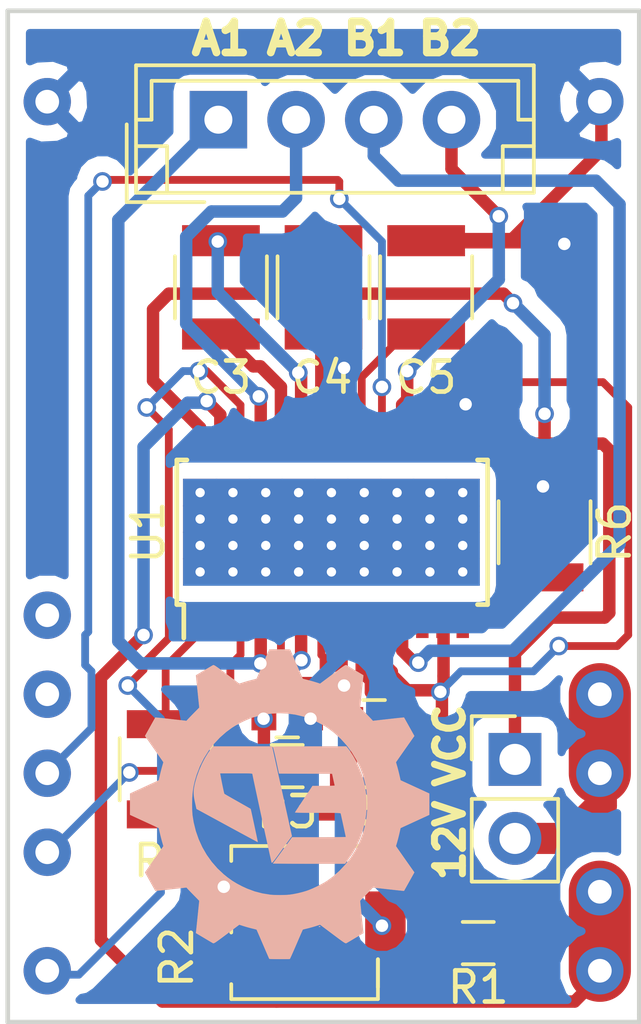
<source format=kicad_pcb>
(kicad_pcb (version 4) (host pcbnew 4.0.6+dfsg1-1)

  (general
    (links 44)
    (no_connects 0)
    (area 185.478 76.99512 207.280834 110.057001)
    (thickness 1.6)
    (drawings 11)
    (tracks 263)
    (zones 0)
    (modules 16)
    (nets 22)
  )

  (page A4)
  (layers
    (0 F.Cu signal)
    (31 B.Cu signal)
    (32 B.Adhes user)
    (33 F.Adhes user)
    (34 B.Paste user)
    (35 F.Paste user)
    (36 B.SilkS user)
    (37 F.SilkS user)
    (38 B.Mask user)
    (39 F.Mask user)
    (40 Dwgs.User user)
    (41 Cmts.User user)
    (42 Eco1.User user)
    (43 Eco2.User user hide)
    (44 Edge.Cuts user)
    (45 Margin user)
    (46 B.CrtYd user hide)
    (47 F.CrtYd user hide)
    (48 B.Fab user)
    (49 F.Fab user hide)
  )

  (setup
    (last_trace_width 0.25)
    (user_trace_width 0.4)
    (user_trace_width 0.5)
    (user_trace_width 0.75)
    (user_trace_width 1)
    (user_trace_width 1.5)
    (user_trace_width 2)
    (user_trace_width 3)
    (trace_clearance 0.2)
    (zone_clearance 0.508)
    (zone_45_only no)
    (trace_min 0.2)
    (segment_width 0.2)
    (edge_width 0.15)
    (via_size 0.6)
    (via_drill 0.4)
    (via_min_size 0.4)
    (via_min_drill 0.3)
    (uvia_size 0.3)
    (uvia_drill 0.1)
    (uvias_allowed no)
    (uvia_min_size 0.2)
    (uvia_min_drill 0.1)
    (pcb_text_width 0.3)
    (pcb_text_size 1.5 1.5)
    (mod_edge_width 0.15)
    (mod_text_size 1 1)
    (mod_text_width 0.15)
    (pad_size 1.524 1.524)
    (pad_drill 0.762)
    (pad_to_mask_clearance 0.2)
    (aux_axis_origin 185.8518 110.0582)
    (visible_elements FFFFFF7F)
    (pcbplotparams
      (layerselection 0x010f0_80000001)
      (usegerberextensions false)
      (excludeedgelayer true)
      (linewidth 0.100000)
      (plotframeref false)
      (viasonmask false)
      (mode 1)
      (useauxorigin false)
      (hpglpennumber 1)
      (hpglpenspeed 20)
      (hpglpendiameter 15)
      (hpglpenoverlay 2)
      (psnegative false)
      (psa4output false)
      (plotreference true)
      (plotvalue true)
      (plotinvisibletext false)
      (padsonsilk false)
      (subtractmaskfromsilk false)
      (outputformat 1)
      (mirror false)
      (drillshape 0)
      (scaleselection 1)
      (outputdirectory Output/Plot/Gerber/))
  )

  (net 0 "")
  (net 1 "Net-(C1-Pad1)")
  (net 2 GND)
  (net 3 "Net-(C2-Pad1)")
  (net 4 "Net-(C3-Pad1)")
  (net 5 "Net-(C3-Pad2)")
  (net 6 "Net-(C4-Pad1)")
  (net 7 VCC)
  (net 8 "Net-(C5-Pad1)")
  (net 9 "Net-(J1-Pad1)")
  (net 10 "Net-(J1-Pad2)")
  (net 11 "Net-(J1-Pad3)")
  (net 12 "Net-(J1-Pad4)")
  (net 13 "Net-(J2-Pad2)")
  (net 14 5V)
  (net 15 EN)
  (net 16 DIR)
  (net 17 STEP)
  (net 18 "Net-(R1-Pad1)")
  (net 19 "Net-(R2-Pad2)")
  (net 20 "Net-(R5-Pad2)")
  (net 21 "Net-(R6-Pad2)")

  (net_class Default "This is the default net class."
    (clearance 0.2)
    (trace_width 0.25)
    (via_dia 0.6)
    (via_drill 0.4)
    (uvia_dia 0.3)
    (uvia_drill 0.1)
    (add_net 5V)
    (add_net DIR)
    (add_net EN)
    (add_net GND)
    (add_net "Net-(C1-Pad1)")
    (add_net "Net-(C2-Pad1)")
    (add_net "Net-(C3-Pad1)")
    (add_net "Net-(C3-Pad2)")
    (add_net "Net-(C4-Pad1)")
    (add_net "Net-(C5-Pad1)")
    (add_net "Net-(J1-Pad1)")
    (add_net "Net-(J1-Pad2)")
    (add_net "Net-(J1-Pad3)")
    (add_net "Net-(J1-Pad4)")
    (add_net "Net-(J2-Pad2)")
    (add_net "Net-(R1-Pad1)")
    (add_net "Net-(R2-Pad2)")
    (add_net "Net-(R5-Pad2)")
    (add_net "Net-(R6-Pad2)")
    (add_net STEP)
    (add_net VCC)
  )

  (module Capacitors_SMD:C_0603 (layer F.Cu) (tedit 5A8D6F9B) (tstamp 5A80BAAF)
    (at 194.9196 100.2284)
    (descr "Capacitor SMD 0603, reflow soldering, AVX (see smccp.pdf)")
    (tags "capacitor 0603")
    (path /5A7B3C8F)
    (attr smd)
    (fp_text reference C1 (at 0 -1.5) (layer F.SilkS) hide
      (effects (font (size 1 1) (thickness 0.15)))
    )
    (fp_text value 220p (at 0 1.5) (layer F.Fab) hide
      (effects (font (size 1 1) (thickness 0.15)))
    )
    (fp_text user %R (at 0 -1.5) (layer F.Fab)
      (effects (font (size 1 1) (thickness 0.15)))
    )
    (fp_line (start -0.8 0.4) (end -0.8 -0.4) (layer F.Fab) (width 0.1))
    (fp_line (start 0.8 0.4) (end -0.8 0.4) (layer F.Fab) (width 0.1))
    (fp_line (start 0.8 -0.4) (end 0.8 0.4) (layer F.Fab) (width 0.1))
    (fp_line (start -0.8 -0.4) (end 0.8 -0.4) (layer F.Fab) (width 0.1))
    (fp_line (start -0.35 -0.6) (end 0.35 -0.6) (layer F.SilkS) (width 0.12))
    (fp_line (start 0.35 0.6) (end -0.35 0.6) (layer F.SilkS) (width 0.12))
    (fp_line (start -1.4 -0.65) (end 1.4 -0.65) (layer F.CrtYd) (width 0.05))
    (fp_line (start -1.4 -0.65) (end -1.4 0.65) (layer F.CrtYd) (width 0.05))
    (fp_line (start 1.4 0.65) (end 1.4 -0.65) (layer F.CrtYd) (width 0.05))
    (fp_line (start 1.4 0.65) (end -1.4 0.65) (layer F.CrtYd) (width 0.05))
    (pad 1 smd rect (at -0.75 0) (size 0.8 0.75) (layers F.Cu F.Paste F.Mask)
      (net 1 "Net-(C1-Pad1)"))
    (pad 2 smd rect (at 0.75 0) (size 0.8 0.75) (layers F.Cu F.Paste F.Mask)
      (net 2 GND))
    (model Capacitors_SMD.3dshapes/C_0603.wrl
      (at (xyz 0 0 0))
      (scale (xyz 1 1 1))
      (rotate (xyz 0 0 0))
    )
  )

  (module Capacitors_SMD:C_0603 (layer F.Cu) (tedit 5A8D6F97) (tstamp 5A80BAC0)
    (at 197.7136 100.2284 180)
    (descr "Capacitor SMD 0603, reflow soldering, AVX (see smccp.pdf)")
    (tags "capacitor 0603")
    (path /5A7B3F2E)
    (attr smd)
    (fp_text reference C2 (at 0.4826 1.4224 180) (layer F.SilkS) hide
      (effects (font (size 1 1) (thickness 0.15)))
    )
    (fp_text value 220p (at 0 1.5 180) (layer F.Fab) hide
      (effects (font (size 1 1) (thickness 0.15)))
    )
    (fp_text user %R (at 0 -1.5 180) (layer F.Fab)
      (effects (font (size 1 1) (thickness 0.15)))
    )
    (fp_line (start -0.8 0.4) (end -0.8 -0.4) (layer F.Fab) (width 0.1))
    (fp_line (start 0.8 0.4) (end -0.8 0.4) (layer F.Fab) (width 0.1))
    (fp_line (start 0.8 -0.4) (end 0.8 0.4) (layer F.Fab) (width 0.1))
    (fp_line (start -0.8 -0.4) (end 0.8 -0.4) (layer F.Fab) (width 0.1))
    (fp_line (start -0.35 -0.6) (end 0.35 -0.6) (layer F.SilkS) (width 0.12))
    (fp_line (start 0.35 0.6) (end -0.35 0.6) (layer F.SilkS) (width 0.12))
    (fp_line (start -1.4 -0.65) (end 1.4 -0.65) (layer F.CrtYd) (width 0.05))
    (fp_line (start -1.4 -0.65) (end -1.4 0.65) (layer F.CrtYd) (width 0.05))
    (fp_line (start 1.4 0.65) (end 1.4 -0.65) (layer F.CrtYd) (width 0.05))
    (fp_line (start 1.4 0.65) (end -1.4 0.65) (layer F.CrtYd) (width 0.05))
    (pad 1 smd rect (at -0.75 0 180) (size 0.8 0.75) (layers F.Cu F.Paste F.Mask)
      (net 3 "Net-(C2-Pad1)"))
    (pad 2 smd rect (at 0.75 0 180) (size 0.8 0.75) (layers F.Cu F.Paste F.Mask)
      (net 2 GND))
    (model Capacitors_SMD.3dshapes/C_0603.wrl
      (at (xyz 0 0 0))
      (scale (xyz 1 1 1))
      (rotate (xyz 0 0 0))
    )
  )

  (module Capacitors_SMD:C_1210 (layer F.Cu) (tedit 5A7C692F) (tstamp 5A80BAD1)
    (at 192.786 86.36 270)
    (descr "Capacitor SMD 1210, reflow soldering, AVX (see smccp.pdf)")
    (tags "capacitor 1210")
    (path /5A7B60F0)
    (attr smd)
    (fp_text reference C3 (at 2.8956 0 360) (layer F.SilkS)
      (effects (font (size 1 1) (thickness 0.15)))
    )
    (fp_text value 220n (at 0 2.5 270) (layer F.Fab) hide
      (effects (font (size 1 1) (thickness 0.15)))
    )
    (fp_text user %R (at 0 -2.25 270) (layer F.Fab)
      (effects (font (size 1 1) (thickness 0.15)))
    )
    (fp_line (start -1.6 1.25) (end -1.6 -1.25) (layer F.Fab) (width 0.1))
    (fp_line (start 1.6 1.25) (end -1.6 1.25) (layer F.Fab) (width 0.1))
    (fp_line (start 1.6 -1.25) (end 1.6 1.25) (layer F.Fab) (width 0.1))
    (fp_line (start -1.6 -1.25) (end 1.6 -1.25) (layer F.Fab) (width 0.1))
    (fp_line (start 1 -1.48) (end -1 -1.48) (layer F.SilkS) (width 0.12))
    (fp_line (start -1 1.48) (end 1 1.48) (layer F.SilkS) (width 0.12))
    (fp_line (start -2.25 -1.5) (end 2.25 -1.5) (layer F.CrtYd) (width 0.05))
    (fp_line (start -2.25 -1.5) (end -2.25 1.5) (layer F.CrtYd) (width 0.05))
    (fp_line (start 2.25 1.5) (end 2.25 -1.5) (layer F.CrtYd) (width 0.05))
    (fp_line (start 2.25 1.5) (end -2.25 1.5) (layer F.CrtYd) (width 0.05))
    (pad 1 smd rect (at -1.5 0 270) (size 1 2.5) (layers F.Cu F.Paste F.Mask)
      (net 4 "Net-(C3-Pad1)"))
    (pad 2 smd rect (at 1.5 0 270) (size 1 2.5) (layers F.Cu F.Paste F.Mask)
      (net 5 "Net-(C3-Pad2)"))
    (model Capacitors_SMD.3dshapes/C_1210.wrl
      (at (xyz 0 0 0))
      (scale (xyz 1 1 1))
      (rotate (xyz 0 0 0))
    )
  )

  (module Capacitors_SMD:C_1210 (layer F.Cu) (tedit 5A7C6929) (tstamp 5A80BAE2)
    (at 196.088 86.36 90)
    (descr "Capacitor SMD 1210, reflow soldering, AVX (see smccp.pdf)")
    (tags "capacitor 1210")
    (path /5A7B5A81)
    (attr smd)
    (fp_text reference C4 (at -2.8956 -0.0508 180) (layer F.SilkS)
      (effects (font (size 1 1) (thickness 0.15)))
    )
    (fp_text value 220n (at 0 2.5 90) (layer F.Fab) hide
      (effects (font (size 1 1) (thickness 0.15)))
    )
    (fp_text user %R (at 0 -2.25 90) (layer F.Fab)
      (effects (font (size 1 1) (thickness 0.15)))
    )
    (fp_line (start -1.6 1.25) (end -1.6 -1.25) (layer F.Fab) (width 0.1))
    (fp_line (start 1.6 1.25) (end -1.6 1.25) (layer F.Fab) (width 0.1))
    (fp_line (start 1.6 -1.25) (end 1.6 1.25) (layer F.Fab) (width 0.1))
    (fp_line (start -1.6 -1.25) (end 1.6 -1.25) (layer F.Fab) (width 0.1))
    (fp_line (start 1 -1.48) (end -1 -1.48) (layer F.SilkS) (width 0.12))
    (fp_line (start -1 1.48) (end 1 1.48) (layer F.SilkS) (width 0.12))
    (fp_line (start -2.25 -1.5) (end 2.25 -1.5) (layer F.CrtYd) (width 0.05))
    (fp_line (start -2.25 -1.5) (end -2.25 1.5) (layer F.CrtYd) (width 0.05))
    (fp_line (start 2.25 1.5) (end 2.25 -1.5) (layer F.CrtYd) (width 0.05))
    (fp_line (start 2.25 1.5) (end -2.25 1.5) (layer F.CrtYd) (width 0.05))
    (pad 1 smd rect (at -1.5 0 90) (size 1 2.5) (layers F.Cu F.Paste F.Mask)
      (net 6 "Net-(C4-Pad1)"))
    (pad 2 smd rect (at 1.5 0 90) (size 1 2.5) (layers F.Cu F.Paste F.Mask)
      (net 7 VCC))
    (model Capacitors_SMD.3dshapes/C_1210.wrl
      (at (xyz 0 0 0))
      (scale (xyz 1 1 1))
      (rotate (xyz 0 0 0))
    )
  )

  (module Capacitors_SMD:C_1210 (layer F.Cu) (tedit 5A7C6935) (tstamp 5A80BAF3)
    (at 199.39 86.36 90)
    (descr "Capacitor SMD 1210, reflow soldering, AVX (see smccp.pdf)")
    (tags "capacitor 1210")
    (path /5A7B5D3D)
    (attr smd)
    (fp_text reference C5 (at -2.8956 0 180) (layer F.SilkS)
      (effects (font (size 1 1) (thickness 0.15)))
    )
    (fp_text value 220n (at 0 2.5 90) (layer F.Fab) hide
      (effects (font (size 1 1) (thickness 0.15)))
    )
    (fp_text user %R (at 0 -2.25 90) (layer F.Fab)
      (effects (font (size 1 1) (thickness 0.15)))
    )
    (fp_line (start -1.6 1.25) (end -1.6 -1.25) (layer F.Fab) (width 0.1))
    (fp_line (start 1.6 1.25) (end -1.6 1.25) (layer F.Fab) (width 0.1))
    (fp_line (start 1.6 -1.25) (end 1.6 1.25) (layer F.Fab) (width 0.1))
    (fp_line (start -1.6 -1.25) (end 1.6 -1.25) (layer F.Fab) (width 0.1))
    (fp_line (start 1 -1.48) (end -1 -1.48) (layer F.SilkS) (width 0.12))
    (fp_line (start -1 1.48) (end 1 1.48) (layer F.SilkS) (width 0.12))
    (fp_line (start -2.25 -1.5) (end 2.25 -1.5) (layer F.CrtYd) (width 0.05))
    (fp_line (start -2.25 -1.5) (end -2.25 1.5) (layer F.CrtYd) (width 0.05))
    (fp_line (start 2.25 1.5) (end 2.25 -1.5) (layer F.CrtYd) (width 0.05))
    (fp_line (start 2.25 1.5) (end -2.25 1.5) (layer F.CrtYd) (width 0.05))
    (pad 1 smd rect (at -1.5 0 90) (size 1 2.5) (layers F.Cu F.Paste F.Mask)
      (net 8 "Net-(C5-Pad1)"))
    (pad 2 smd rect (at 1.5 0 90) (size 1 2.5) (layers F.Cu F.Paste F.Mask)
      (net 2 GND))
    (model Capacitors_SMD.3dshapes/C_1210.wrl
      (at (xyz 0 0 0))
      (scale (xyz 1 1 1))
      (rotate (xyz 0 0 0))
    )
  )

  (module Connectors_JST:JST_EH_B04B-EH-A_04x2.50mm_Straight (layer F.Cu) (tedit 5A8D6FB6) (tstamp 5A80BB15)
    (at 192.70472 80.97012)
    (descr "JST EH series connector, B04B-EH-A, 2.50mm pitch, top entry")
    (tags "connector jst eh top vertical straight")
    (path /5A7B55AC)
    (fp_text reference J1 (at 3.75 -3) (layer F.SilkS) hide
      (effects (font (size 1 1) (thickness 0.15)))
    )
    (fp_text value CONN_01X04 (at 3.75 3.5) (layer F.Fab) hide
      (effects (font (size 1 1) (thickness 0.15)))
    )
    (fp_text user %R (at 3.75 -3) (layer F.Fab)
      (effects (font (size 1 1) (thickness 0.15)))
    )
    (fp_line (start -2.5 -1.6) (end -2.5 2.2) (layer F.Fab) (width 0.1))
    (fp_line (start -2.5 2.2) (end 10 2.2) (layer F.Fab) (width 0.1))
    (fp_line (start 10 2.2) (end 10 -1.6) (layer F.Fab) (width 0.1))
    (fp_line (start 10 -1.6) (end -2.5 -1.6) (layer F.Fab) (width 0.1))
    (fp_line (start -2.65 -1.75) (end -2.65 2.35) (layer F.SilkS) (width 0.12))
    (fp_line (start -2.65 2.35) (end 10.15 2.35) (layer F.SilkS) (width 0.12))
    (fp_line (start 10.15 2.35) (end 10.15 -1.75) (layer F.SilkS) (width 0.12))
    (fp_line (start 10.15 -1.75) (end -2.65 -1.75) (layer F.SilkS) (width 0.12))
    (fp_line (start -2.65 0) (end -2.15 0) (layer F.SilkS) (width 0.12))
    (fp_line (start -2.15 0) (end -2.15 -1.25) (layer F.SilkS) (width 0.12))
    (fp_line (start -2.15 -1.25) (end 9.65 -1.25) (layer F.SilkS) (width 0.12))
    (fp_line (start 9.65 -1.25) (end 9.65 0) (layer F.SilkS) (width 0.12))
    (fp_line (start 9.65 0) (end 10.15 0) (layer F.SilkS) (width 0.12))
    (fp_line (start -2.65 0.85) (end -1.65 0.85) (layer F.SilkS) (width 0.12))
    (fp_line (start -1.65 0.85) (end -1.65 2.35) (layer F.SilkS) (width 0.12))
    (fp_line (start 10.15 0.85) (end 9.15 0.85) (layer F.SilkS) (width 0.12))
    (fp_line (start 9.15 0.85) (end 9.15 2.35) (layer F.SilkS) (width 0.12))
    (fp_line (start -2.95 0.15) (end -2.95 2.65) (layer F.SilkS) (width 0.12))
    (fp_line (start -2.95 2.65) (end -0.45 2.65) (layer F.SilkS) (width 0.12))
    (fp_line (start -2.95 0.15) (end -2.95 2.65) (layer F.Fab) (width 0.1))
    (fp_line (start -2.95 2.65) (end -0.45 2.65) (layer F.Fab) (width 0.1))
    (fp_line (start -3.15 -2.25) (end -3.15 2.85) (layer F.CrtYd) (width 0.05))
    (fp_line (start -3.15 2.85) (end 10.65 2.85) (layer F.CrtYd) (width 0.05))
    (fp_line (start 10.65 2.85) (end 10.65 -2.25) (layer F.CrtYd) (width 0.05))
    (fp_line (start 10.65 -2.25) (end -3.15 -2.25) (layer F.CrtYd) (width 0.05))
    (pad 1 thru_hole rect (at 0 0) (size 1.85 1.85) (drill 0.9) (layers *.Cu *.Mask)
      (net 9 "Net-(J1-Pad1)"))
    (pad 2 thru_hole circle (at 2.5 0) (size 1.85 1.85) (drill 0.9) (layers *.Cu *.Mask)
      (net 10 "Net-(J1-Pad2)"))
    (pad 3 thru_hole circle (at 5 0) (size 1.85 1.85) (drill 0.9) (layers *.Cu *.Mask)
      (net 11 "Net-(J1-Pad3)"))
    (pad 4 thru_hole circle (at 7.5 0) (size 1.85 1.85) (drill 0.9) (layers *.Cu *.Mask)
      (net 12 "Net-(J1-Pad4)"))
    (model Connectors_JST.3dshapes/JST_EH_B04B-EH-A_04x2.50mm_Straight.wrl
      (at (xyz 0 0 0))
      (scale (xyz 1 1 1))
      (rotate (xyz 0 0 0))
    )
  )

  (module Pin_Headers:Pin_Header_Straight_1x02_Pitch2.54mm (layer F.Cu) (tedit 5A7C694A) (tstamp 5A80BB29)
    (at 202.2475 101.5365)
    (descr "Through hole straight pin header, 1x02, 2.54mm pitch, single row")
    (tags "Through hole pin header THT 1x02 2.54mm single row")
    (path /5A7BA2CF)
    (fp_text reference J2 (at 0 -2.39) (layer F.SilkS) hide
      (effects (font (size 1 1) (thickness 0.15)))
    )
    (fp_text value CONN_01X02 (at 0 4.93) (layer F.Fab) hide
      (effects (font (size 1 1) (thickness 0.15)))
    )
    (fp_line (start -1.27 -1.27) (end -1.27 3.81) (layer F.Fab) (width 0.1))
    (fp_line (start -1.27 3.81) (end 1.27 3.81) (layer F.Fab) (width 0.1))
    (fp_line (start 1.27 3.81) (end 1.27 -1.27) (layer F.Fab) (width 0.1))
    (fp_line (start 1.27 -1.27) (end -1.27 -1.27) (layer F.Fab) (width 0.1))
    (fp_line (start -1.39 1.27) (end -1.39 3.93) (layer F.SilkS) (width 0.12))
    (fp_line (start -1.39 3.93) (end 1.39 3.93) (layer F.SilkS) (width 0.12))
    (fp_line (start 1.39 3.93) (end 1.39 1.27) (layer F.SilkS) (width 0.12))
    (fp_line (start 1.39 1.27) (end -1.39 1.27) (layer F.SilkS) (width 0.12))
    (fp_line (start -1.39 0) (end -1.39 -1.39) (layer F.SilkS) (width 0.12))
    (fp_line (start -1.39 -1.39) (end 0 -1.39) (layer F.SilkS) (width 0.12))
    (fp_line (start -1.6 -1.6) (end -1.6 4.1) (layer F.CrtYd) (width 0.05))
    (fp_line (start -1.6 4.1) (end 1.6 4.1) (layer F.CrtYd) (width 0.05))
    (fp_line (start 1.6 4.1) (end 1.6 -1.6) (layer F.CrtYd) (width 0.05))
    (fp_line (start 1.6 -1.6) (end -1.6 -1.6) (layer F.CrtYd) (width 0.05))
    (pad 1 thru_hole rect (at 0 0) (size 1.7 1.7) (drill 1) (layers *.Cu *.Mask)
      (net 7 VCC))
    (pad 2 thru_hole oval (at 0 2.54) (size 1.7 1.7) (drill 1) (layers *.Cu *.Mask)
      (net 13 "Net-(J2-Pad2)"))
    (model Pin_Headers.3dshapes/Pin_Header_Straight_1x02_Pitch2.54mm.wrl
      (at (xyz 0 -0.05 0))
      (scale (xyz 1 1 1))
      (rotate (xyz 0 0 90))
    )
  )

  (module Resistors_SMD:R_0603 (layer F.Cu) (tedit 5A7C691E) (tstamp 5A80BB5A)
    (at 201.0664 107.442)
    (descr "Resistor SMD 0603, reflow soldering, Vishay (see dcrcw.pdf)")
    (tags "resistor 0603")
    (path /5A7B4A6E)
    (attr smd)
    (fp_text reference R1 (at 0 1.4224) (layer F.SilkS)
      (effects (font (size 1 1) (thickness 0.15)))
    )
    (fp_text value 3K9 (at 0 1.5) (layer F.Fab) hide
      (effects (font (size 1 1) (thickness 0.15)))
    )
    (fp_text user %R (at 0 -1.45) (layer F.Fab)
      (effects (font (size 1 1) (thickness 0.15)))
    )
    (fp_line (start -0.8 0.4) (end -0.8 -0.4) (layer F.Fab) (width 0.1))
    (fp_line (start 0.8 0.4) (end -0.8 0.4) (layer F.Fab) (width 0.1))
    (fp_line (start 0.8 -0.4) (end 0.8 0.4) (layer F.Fab) (width 0.1))
    (fp_line (start -0.8 -0.4) (end 0.8 -0.4) (layer F.Fab) (width 0.1))
    (fp_line (start 0.5 0.68) (end -0.5 0.68) (layer F.SilkS) (width 0.12))
    (fp_line (start -0.5 -0.68) (end 0.5 -0.68) (layer F.SilkS) (width 0.12))
    (fp_line (start -1.25 -0.7) (end 1.25 -0.7) (layer F.CrtYd) (width 0.05))
    (fp_line (start -1.25 -0.7) (end -1.25 0.7) (layer F.CrtYd) (width 0.05))
    (fp_line (start 1.25 0.7) (end 1.25 -0.7) (layer F.CrtYd) (width 0.05))
    (fp_line (start 1.25 0.7) (end -1.25 0.7) (layer F.CrtYd) (width 0.05))
    (pad 1 smd rect (at -0.75 0) (size 0.5 0.9) (layers F.Cu F.Paste F.Mask)
      (net 18 "Net-(R1-Pad1)"))
    (pad 2 smd rect (at 0.75 0) (size 0.5 0.9) (layers F.Cu F.Paste F.Mask)
      (net 14 5V))
    (model Resistors_SMD.3dshapes/R_0603.wrl
      (at (xyz 0 0 0))
      (scale (xyz 1 1 1))
      (rotate (xyz 0 0 0))
    )
  )

  (module Potentiometers:Potentiometer_Trimmer_Bourns_3214G (layer F.Cu) (tedit 5A7C6919) (tstamp 5A80BB78)
    (at 195.4784 106.7816 180)
    (descr "Spindle Trimmer Potentiometer, Bourns 3214G, https://www.bourns.com/pdfs/3214.pdf")
    (tags "Spindle Trimmer Potentiometer   Bourns 3214G")
    (path /5A7B4A1D)
    (attr smd)
    (fp_text reference R2 (at 4.1148 -1.1176 270) (layer F.SilkS)
      (effects (font (size 1 1) (thickness 0.15)))
    )
    (fp_text value TRIMPOTSMD (at 0 3.65 180) (layer F.Fab) hide
      (effects (font (size 1 1) (thickness 0.15)))
    )
    (fp_line (start -2.3 -2.4) (end -2.3 2.4) (layer F.Fab) (width 0.1))
    (fp_line (start -2.3 2.4) (end 2.3 2.4) (layer F.Fab) (width 0.1))
    (fp_line (start 2.3 2.4) (end 2.3 -2.4) (layer F.Fab) (width 0.1))
    (fp_line (start 2.3 -2.4) (end -2.3 -2.4) (layer F.Fab) (width 0.1))
    (fp_line (start -2.3 -2.02) (end -2.3 -0.24) (layer F.Fab) (width 0.1))
    (fp_line (start -2.3 -0.24) (end -2.3 -0.24) (layer F.Fab) (width 0.1))
    (fp_line (start -2.3 -0.24) (end -2.3 -2.02) (layer F.Fab) (width 0.1))
    (fp_line (start -2.3 -2.02) (end -2.3 -2.02) (layer F.Fab) (width 0.1))
    (fp_line (start -2.3 -1.13) (end -2.3 -1.13) (layer F.Fab) (width 0.1))
    (fp_line (start -2.36 -2.46) (end 2.36 -2.46) (layer F.SilkS) (width 0.12))
    (fp_line (start -2.36 2.46) (end 2.36 2.46) (layer F.SilkS) (width 0.12))
    (fp_line (start -2.36 -2.46) (end -2.36 -1.18) (layer F.SilkS) (width 0.12))
    (fp_line (start -2.36 1.18) (end -2.36 2.46) (layer F.SilkS) (width 0.12))
    (fp_line (start 2.36 -2.46) (end 2.36 -1.98) (layer F.SilkS) (width 0.12))
    (fp_line (start 2.36 -0.32) (end 2.36 0.32) (layer F.SilkS) (width 0.12))
    (fp_line (start 2.36 1.98) (end 2.36 2.46) (layer F.SilkS) (width 0.12))
    (fp_line (start -2.36 -2.08) (end -2.36 -2.08) (layer F.SilkS) (width 0.12))
    (fp_line (start -2.36 -2.08) (end -2.36 -1.18) (layer F.SilkS) (width 0.12))
    (fp_line (start -2.36 -2.08) (end -2.36 -1.18) (layer F.SilkS) (width 0.12))
    (fp_line (start -3.53 -2.65) (end -3.53 2.65) (layer F.CrtYd) (width 0.05))
    (fp_line (start -3.53 2.65) (end 3.52 2.65) (layer F.CrtYd) (width 0.05))
    (fp_line (start 3.52 2.65) (end 3.52 -2.65) (layer F.CrtYd) (width 0.05))
    (fp_line (start 3.52 -2.65) (end -3.53 -2.65) (layer F.CrtYd) (width 0.05))
    (pad 1 smd rect (at 2.6 -1.15 180) (size 1.3 1.3) (layers F.Cu F.Mask)
      (net 18 "Net-(R1-Pad1)"))
    (pad 2 smd rect (at -2.6 0 180) (size 1.3 2) (layers F.Cu F.Mask)
      (net 19 "Net-(R2-Pad2)"))
    (pad 3 smd rect (at 2.6 1.15 180) (size 1.3 1.3) (layers F.Cu F.Mask)
      (net 2 GND))
    (model Potentiometers.3dshapes/Potentiometer_Trimmer_Bourns_3214G.wrl
      (at (xyz 0.03 0 0))
      (scale (xyz 0.39 0.39 0.39))
      (rotate (xyz 0 0 0))
    )
  )

  (module Resistors_SMD:R_0603 (layer F.Cu) (tedit 5A7C690A) (tstamp 5A80BB89)
    (at 194.9196 101.7524)
    (descr "Resistor SMD 0603, reflow soldering, Vishay (see dcrcw.pdf)")
    (tags "resistor 0603")
    (path /5A7B3D13)
    (attr smd)
    (fp_text reference R3 (at 0 1.4732) (layer F.SilkS)
      (effects (font (size 1 1) (thickness 0.15)))
    )
    (fp_text value 220k (at 0 1.5) (layer F.Fab) hide
      (effects (font (size 1 1) (thickness 0.15)))
    )
    (fp_text user %R (at 0 -1.45) (layer F.Fab)
      (effects (font (size 1 1) (thickness 0.15)))
    )
    (fp_line (start -0.8 0.4) (end -0.8 -0.4) (layer F.Fab) (width 0.1))
    (fp_line (start 0.8 0.4) (end -0.8 0.4) (layer F.Fab) (width 0.1))
    (fp_line (start 0.8 -0.4) (end 0.8 0.4) (layer F.Fab) (width 0.1))
    (fp_line (start -0.8 -0.4) (end 0.8 -0.4) (layer F.Fab) (width 0.1))
    (fp_line (start 0.5 0.68) (end -0.5 0.68) (layer F.SilkS) (width 0.12))
    (fp_line (start -0.5 -0.68) (end 0.5 -0.68) (layer F.SilkS) (width 0.12))
    (fp_line (start -1.25 -0.7) (end 1.25 -0.7) (layer F.CrtYd) (width 0.05))
    (fp_line (start -1.25 -0.7) (end -1.25 0.7) (layer F.CrtYd) (width 0.05))
    (fp_line (start 1.25 0.7) (end 1.25 -0.7) (layer F.CrtYd) (width 0.05))
    (fp_line (start 1.25 0.7) (end -1.25 0.7) (layer F.CrtYd) (width 0.05))
    (pad 1 smd rect (at -0.75 0) (size 0.5 0.9) (layers F.Cu F.Paste F.Mask)
      (net 1 "Net-(C1-Pad1)"))
    (pad 2 smd rect (at 0.75 0) (size 0.5 0.9) (layers F.Cu F.Paste F.Mask)
      (net 2 GND))
    (model Resistors_SMD.3dshapes/R_0603.wrl
      (at (xyz 0 0 0))
      (scale (xyz 1 1 1))
      (rotate (xyz 0 0 0))
    )
  )

  (module Resistors_SMD:R_0603 (layer F.Cu) (tedit 5A7B3C9E) (tstamp 5A80BB9A)
    (at 197.6628 101.7524 180)
    (descr "Resistor SMD 0603, reflow soldering, Vishay (see dcrcw.pdf)")
    (tags "resistor 0603")
    (path /5A7B3F6D)
    (attr smd)
    (fp_text reference R4 (at 0 -1.45 180) (layer F.SilkS)
      (effects (font (size 1 1) (thickness 0.15)))
    )
    (fp_text value 220k (at 0 1.5 180) (layer F.Fab) hide
      (effects (font (size 1 1) (thickness 0.15)))
    )
    (fp_text user %R (at 0 -1.45 180) (layer F.Fab)
      (effects (font (size 1 1) (thickness 0.15)))
    )
    (fp_line (start -0.8 0.4) (end -0.8 -0.4) (layer F.Fab) (width 0.1))
    (fp_line (start 0.8 0.4) (end -0.8 0.4) (layer F.Fab) (width 0.1))
    (fp_line (start 0.8 -0.4) (end 0.8 0.4) (layer F.Fab) (width 0.1))
    (fp_line (start -0.8 -0.4) (end 0.8 -0.4) (layer F.Fab) (width 0.1))
    (fp_line (start 0.5 0.68) (end -0.5 0.68) (layer F.SilkS) (width 0.12))
    (fp_line (start -0.5 -0.68) (end 0.5 -0.68) (layer F.SilkS) (width 0.12))
    (fp_line (start -1.25 -0.7) (end 1.25 -0.7) (layer F.CrtYd) (width 0.05))
    (fp_line (start -1.25 -0.7) (end -1.25 0.7) (layer F.CrtYd) (width 0.05))
    (fp_line (start 1.25 0.7) (end 1.25 -0.7) (layer F.CrtYd) (width 0.05))
    (fp_line (start 1.25 0.7) (end -1.25 0.7) (layer F.CrtYd) (width 0.05))
    (pad 1 smd rect (at -0.75 0 180) (size 0.5 0.9) (layers F.Cu F.Paste F.Mask)
      (net 3 "Net-(C2-Pad1)"))
    (pad 2 smd rect (at 0.75 0 180) (size 0.5 0.9) (layers F.Cu F.Paste F.Mask)
      (net 2 GND))
    (model Resistors_SMD.3dshapes/R_0603.wrl
      (at (xyz 0 0 0))
      (scale (xyz 1 1 1))
      (rotate (xyz 0 0 0))
    )
  )

  (module Resistors_SMD:R_1210 (layer F.Cu) (tedit 5A7C6912) (tstamp 5A80BBAB)
    (at 191.008 101.854 90)
    (descr "Resistor SMD 1210, reflow soldering, Vishay (see dcrcw.pdf)")
    (tags "resistor 1210")
    (path /5A7B38F7)
    (attr smd)
    (fp_text reference R5 (at -2.9464 -0.0508 180) (layer F.SilkS)
      (effects (font (size 1 1) (thickness 0.15)))
    )
    (fp_text value 0r22 (at 0 2.4 90) (layer F.Fab) hide
      (effects (font (size 1 1) (thickness 0.15)))
    )
    (fp_text user %R (at 0 -2.25 90) (layer F.Fab)
      (effects (font (size 1 1) (thickness 0.15)))
    )
    (fp_line (start -1.6 1.25) (end -1.6 -1.25) (layer F.Fab) (width 0.1))
    (fp_line (start 1.6 1.25) (end -1.6 1.25) (layer F.Fab) (width 0.1))
    (fp_line (start 1.6 -1.25) (end 1.6 1.25) (layer F.Fab) (width 0.1))
    (fp_line (start -1.6 -1.25) (end 1.6 -1.25) (layer F.Fab) (width 0.1))
    (fp_line (start 1 1.48) (end -1 1.48) (layer F.SilkS) (width 0.12))
    (fp_line (start -1 -1.48) (end 1 -1.48) (layer F.SilkS) (width 0.12))
    (fp_line (start -2.15 -1.5) (end 2.15 -1.5) (layer F.CrtYd) (width 0.05))
    (fp_line (start -2.15 -1.5) (end -2.15 1.5) (layer F.CrtYd) (width 0.05))
    (fp_line (start 2.15 1.5) (end 2.15 -1.5) (layer F.CrtYd) (width 0.05))
    (fp_line (start 2.15 1.5) (end -2.15 1.5) (layer F.CrtYd) (width 0.05))
    (pad 1 smd rect (at -1.45 0 90) (size 0.9 2.5) (layers F.Cu F.Paste F.Mask)
      (net 2 GND))
    (pad 2 smd rect (at 1.45 0 90) (size 0.9 2.5) (layers F.Cu F.Paste F.Mask)
      (net 20 "Net-(R5-Pad2)"))
    (model Resistors_SMD.3dshapes/R_1210.wrl
      (at (xyz 0 0 0))
      (scale (xyz 1 1 1))
      (rotate (xyz 0 0 0))
    )
  )

  (module Resistors_SMD:R_1210 (layer F.Cu) (tedit 5A7B3CC0) (tstamp 5A80BBBC)
    (at 203.2 94.234 270)
    (descr "Resistor SMD 1210, reflow soldering, Vishay (see dcrcw.pdf)")
    (tags "resistor 1210")
    (path /5A7B3AAC)
    (attr smd)
    (fp_text reference R6 (at 0 -2.25 270) (layer F.SilkS)
      (effects (font (size 1 1) (thickness 0.15)))
    )
    (fp_text value 0r22 (at 0 2.4 270) (layer F.Fab) hide
      (effects (font (size 1 1) (thickness 0.15)))
    )
    (fp_text user %R (at 0 -2.25 270) (layer F.Fab)
      (effects (font (size 1 1) (thickness 0.15)))
    )
    (fp_line (start -1.6 1.25) (end -1.6 -1.25) (layer F.Fab) (width 0.1))
    (fp_line (start 1.6 1.25) (end -1.6 1.25) (layer F.Fab) (width 0.1))
    (fp_line (start 1.6 -1.25) (end 1.6 1.25) (layer F.Fab) (width 0.1))
    (fp_line (start -1.6 -1.25) (end 1.6 -1.25) (layer F.Fab) (width 0.1))
    (fp_line (start 1 1.48) (end -1 1.48) (layer F.SilkS) (width 0.12))
    (fp_line (start -1 -1.48) (end 1 -1.48) (layer F.SilkS) (width 0.12))
    (fp_line (start -2.15 -1.5) (end 2.15 -1.5) (layer F.CrtYd) (width 0.05))
    (fp_line (start -2.15 -1.5) (end -2.15 1.5) (layer F.CrtYd) (width 0.05))
    (fp_line (start 2.15 1.5) (end 2.15 -1.5) (layer F.CrtYd) (width 0.05))
    (fp_line (start 2.15 1.5) (end -2.15 1.5) (layer F.CrtYd) (width 0.05))
    (pad 1 smd rect (at -1.45 0 270) (size 0.9 2.5) (layers F.Cu F.Paste F.Mask)
      (net 2 GND))
    (pad 2 smd rect (at 1.45 0 270) (size 0.9 2.5) (layers F.Cu F.Paste F.Mask)
      (net 21 "Net-(R6-Pad2)"))
    (model Resistors_SMD.3dshapes/R_1210.wrl
      (at (xyz 0 0 0))
      (scale (xyz 1 1 1))
      (rotate (xyz 0 0 0))
    )
  )

  (module Housings_SSOP:HTSSOP-28_4.4x9.7mm_Pitch0.65mm_ThermalPad (layer F.Cu) (tedit 5A7B3BC8) (tstamp 5A80BC10)
    (at 196.342 94.234 90)
    (descr "HTSSOP28: plastic thin shrink small outline package; 28 leads; body width 4.4 mm; thermal pad")
    (tags "TSSOP HTSSOP 0.65 thermal pad")
    (path /5A7B339D)
    (attr smd)
    (fp_text reference U1 (at 0 -5.9 90) (layer F.SilkS)
      (effects (font (size 1 1) (thickness 0.15)))
    )
    (fp_text value DRV8811 (at 0 5.9 90) (layer F.Fab) hide
      (effects (font (size 1 1) (thickness 0.15)))
    )
    (fp_line (start -1.2 -4.85) (end 2.2 -4.85) (layer F.Fab) (width 0.15))
    (fp_line (start 2.2 -4.85) (end 2.2 4.85) (layer F.Fab) (width 0.15))
    (fp_line (start 2.2 4.9008) (end -2.2 4.9008) (layer F.Fab) (width 0.15))
    (fp_line (start -2.2 4.85) (end -2.2 -3.85) (layer F.Fab) (width 0.15))
    (fp_line (start -2.2 -3.85) (end -1.2 -4.85) (layer F.Fab) (width 0.15))
    (fp_line (start -3.65 -5.15) (end -3.65 5.15) (layer F.CrtYd) (width 0.05))
    (fp_line (start 3.65 -5.15) (end 3.65 5.15) (layer F.CrtYd) (width 0.05))
    (fp_line (start -3.65 -5.15) (end 3.65 -5.15) (layer F.CrtYd) (width 0.05))
    (fp_line (start -3.65 5.15) (end 3.65 5.15) (layer F.CrtYd) (width 0.05))
    (fp_line (start -2.325 -4.975) (end -2.325 -4.75) (layer F.SilkS) (width 0.15))
    (fp_line (start 2.325 -4.975) (end 2.325 -4.65) (layer F.SilkS) (width 0.15))
    (fp_line (start 2.325 5.0258) (end 2.325 4.7008) (layer F.SilkS) (width 0.15))
    (fp_line (start -2.325 5.0258) (end -2.325 4.7008) (layer F.SilkS) (width 0.15))
    (fp_line (start -2.325 -4.975) (end 2.325 -4.975) (layer F.SilkS) (width 0.15))
    (fp_line (start -2.325 5.0258) (end 2.325 5.0258) (layer F.SilkS) (width 0.15))
    (fp_line (start -2.325 -4.75) (end -3.4 -4.75) (layer F.SilkS) (width 0.15))
    (pad 29 thru_hole rect (at -1.275 4.225 90) (size 0.89 1.1) (drill 0.3) (layers *.Cu *.Mask))
    (pad 29 thru_hole rect (at -0.425 4.225 90) (size 0.89 1.1) (drill 0.3) (layers *.Cu *.Mask))
    (pad 29 thru_hole rect (at 1.275 4.225 90) (size 0.89 1.1) (drill 0.3) (layers *.Cu *.Mask))
    (pad 29 thru_hole rect (at 0.425 4.225 90) (size 0.89 1.1) (drill 0.3) (layers *.Cu *.Mask))
    (pad 29 thru_hole rect (at 0.425 3.16875 90) (size 0.89 1.1) (drill 0.3) (layers *.Cu *.Mask))
    (pad 29 thru_hole rect (at 1.275 3.16875 90) (size 0.89 1.1) (drill 0.3) (layers *.Cu *.Mask))
    (pad 29 thru_hole rect (at -0.425 3.16875 90) (size 0.89 1.1) (drill 0.3) (layers *.Cu *.Mask))
    (pad 29 thru_hole rect (at -1.275 3.16875 90) (size 0.89 1.1) (drill 0.3) (layers *.Cu *.Mask))
    (pad 29 thru_hole rect (at -1.275 2.1125 90) (size 0.89 1.1) (drill 0.3) (layers *.Cu *.Mask))
    (pad 29 thru_hole rect (at -0.425 2.1125 90) (size 0.89 1.1) (drill 0.3) (layers *.Cu *.Mask))
    (pad 29 thru_hole rect (at 1.275 2.1125 90) (size 0.89 1.1) (drill 0.3) (layers *.Cu *.Mask))
    (pad 29 thru_hole rect (at 0.425 2.1125 90) (size 0.89 1.1) (drill 0.3) (layers *.Cu *.Mask))
    (pad 29 thru_hole rect (at 0.425 1.05625 90) (size 0.89 1.1) (drill 0.3) (layers *.Cu *.Mask))
    (pad 29 thru_hole rect (at 1.275 1.05625 90) (size 0.89 1.1) (drill 0.3) (layers *.Cu *.Mask))
    (pad 29 thru_hole rect (at -0.425 1.05625 90) (size 0.89 1.1) (drill 0.3) (layers *.Cu *.Mask))
    (pad 29 thru_hole rect (at -1.275 1.05625 90) (size 0.89 1.1) (drill 0.3) (layers *.Cu *.Mask))
    (pad 29 thru_hole rect (at -1.275 0 90) (size 0.89 1.1) (drill 0.3) (layers *.Cu *.Mask))
    (pad 29 thru_hole rect (at -0.425 0 90) (size 0.89 1.1) (drill 0.3) (layers *.Cu *.Mask))
    (pad 29 thru_hole rect (at 1.275 0 90) (size 0.89 1.1) (drill 0.3) (layers *.Cu *.Mask))
    (pad 29 thru_hole rect (at 0.425 0 90) (size 0.89 1.1) (drill 0.3) (layers *.Cu *.Mask))
    (pad 29 thru_hole rect (at 0.425 -1.05625 90) (size 0.89 1.1) (drill 0.3) (layers *.Cu *.Mask))
    (pad 29 thru_hole rect (at 1.275 -1.05625 90) (size 0.89 1.1) (drill 0.3) (layers *.Cu *.Mask))
    (pad 29 thru_hole rect (at -0.425 -1.05625 90) (size 0.89 1.1) (drill 0.3) (layers *.Cu *.Mask))
    (pad 29 thru_hole rect (at -1.275 -1.05625 90) (size 0.89 1.1) (drill 0.3) (layers *.Cu *.Mask))
    (pad 29 thru_hole rect (at -1.275 -2.1125 90) (size 0.89 1.1) (drill 0.3) (layers *.Cu *.Mask))
    (pad 29 thru_hole rect (at -0.425 -2.1125 90) (size 0.89 1.1) (drill 0.3) (layers *.Cu *.Mask))
    (pad 29 thru_hole rect (at 1.275 -2.1125 90) (size 0.89 1.1) (drill 0.3) (layers *.Cu *.Mask))
    (pad 29 thru_hole rect (at 0.425 -2.1125 90) (size 0.89 1.1) (drill 0.3) (layers *.Cu *.Mask))
    (pad 29 thru_hole rect (at 0.425 -3.16875 90) (size 0.89 1.1) (drill 0.3) (layers *.Cu *.Mask))
    (pad 29 thru_hole rect (at 1.275 -3.16875 90) (size 0.89 1.1) (drill 0.3) (layers *.Cu *.Mask))
    (pad 29 thru_hole rect (at -0.425 -3.16875 90) (size 0.89 1.1) (drill 0.3) (layers *.Cu *.Mask))
    (pad 29 thru_hole rect (at -1.275 -3.16875 90) (size 0.89 1.1) (drill 0.3) (layers *.Cu *.Mask))
    (pad 29 thru_hole rect (at -1.275 -4.225 90) (size 0.89 1.1) (drill 0.3) (layers *.Cu *.Mask))
    (pad 29 thru_hole rect (at -0.425 -4.225 90) (size 0.89 1.1) (drill 0.3) (layers *.Cu *.Mask))
    (pad 29 thru_hole rect (at 1.275 -4.225 90) (size 0.89 1.1) (drill 0.3) (layers *.Cu *.Mask))
    (pad 29 thru_hole rect (at 0.425 -4.225 90) (size 0.89 1.1) (drill 0.3) (layers *.Cu *.Mask))
    (pad 1 smd rect (at -2.85 -4.225 90) (size 1.1 0.4) (layers F.Cu F.Paste F.Mask)
      (net 20 "Net-(R5-Pad2)"))
    (pad 2 smd rect (at -2.85 -3.575 90) (size 1.1 0.4) (layers F.Cu F.Paste F.Mask))
    (pad 3 smd rect (at -2.85 -2.925 90) (size 1.1 0.4) (layers F.Cu F.Paste F.Mask)
      (net 16 DIR))
    (pad 4 smd rect (at -2.85 -2.275 90) (size 1.1 0.4) (layers F.Cu F.Paste F.Mask)
      (net 9 "Net-(J1-Pad1)"))
    (pad 5 smd rect (at -2.85 -1.625 90) (size 1.1 0.4) (layers F.Cu F.Paste F.Mask)
      (net 2 GND))
    (pad 6 smd rect (at -2.85 -0.975 90) (size 1.1 0.4) (layers F.Cu F.Paste F.Mask)
      (net 1 "Net-(C1-Pad1)"))
    (pad 7 smd rect (at -2.85 -0.325 90) (size 1.1 0.4) (layers F.Cu F.Paste F.Mask)
      (net 2 GND))
    (pad 8 smd rect (at -2.85 0.325 90) (size 1.1 0.4) (layers F.Cu F.Paste F.Mask)
      (net 19 "Net-(R2-Pad2)"))
    (pad 9 smd rect (at -2.85 0.975 90) (size 1.1 0.4) (layers F.Cu F.Paste F.Mask)
      (net 3 "Net-(C2-Pad1)"))
    (pad 10 smd rect (at -2.85 1.625 90) (size 1.1 0.4) (layers F.Cu F.Paste F.Mask)
      (net 14 5V))
    (pad 11 smd rect (at -2.85 2.275 90) (size 1.1 0.4) (layers F.Cu F.Paste F.Mask)
      (net 11 "Net-(J1-Pad3)"))
    (pad 12 smd rect (at -2.85 2.925 90) (size 1.1 0.4) (layers F.Cu F.Paste F.Mask)
      (net 14 5V))
    (pad 13 smd rect (at -2.85 3.575 90) (size 1.1 0.4) (layers F.Cu F.Paste F.Mask)
      (net 14 5V))
    (pad 14 smd rect (at -2.85 4.225 90) (size 1.1 0.4) (layers F.Cu F.Paste F.Mask)
      (net 21 "Net-(R6-Pad2)"))
    (pad 15 smd rect (at 2.85 4.225 90) (size 1.1 0.4) (layers F.Cu F.Paste F.Mask)
      (net 7 VCC))
    (pad 16 smd rect (at 2.85 3.575 90) (size 1.1 0.4) (layers F.Cu F.Paste F.Mask)
      (net 2 GND))
    (pad 17 smd rect (at 2.85 2.925 90) (size 1.1 0.4) (layers F.Cu F.Paste F.Mask)
      (net 14 5V))
    (pad 18 smd rect (at 2.85 2.275 90) (size 1.1 0.4) (layers F.Cu F.Paste F.Mask)
      (net 12 "Net-(J1-Pad4)"))
    (pad 19 smd rect (at 2.85 1.625 90) (size 1.1 0.4) (layers F.Cu F.Paste F.Mask)
      (net 17 STEP))
    (pad 20 smd rect (at 2.85 0.975 90) (size 1.1 0.4) (layers F.Cu F.Paste F.Mask)
      (net 8 "Net-(C5-Pad1)"))
    (pad 21 smd rect (at 2.85 0.325 90) (size 1.1 0.4) (layers F.Cu F.Paste F.Mask)
      (net 2 GND))
    (pad 22 smd rect (at 2.85 -0.325 90) (size 1.1 0.4) (layers F.Cu F.Paste F.Mask)
      (net 6 "Net-(C4-Pad1)"))
    (pad 23 smd rect (at 2.85 -0.975 90) (size 1.1 0.4) (layers F.Cu F.Paste F.Mask)
      (net 4 "Net-(C3-Pad1)"))
    (pad 24 smd rect (at 2.85 -1.625 90) (size 1.1 0.4) (layers F.Cu F.Paste F.Mask)
      (net 5 "Net-(C3-Pad2)"))
    (pad 25 smd rect (at 2.85 -2.275 90) (size 1.1 0.4) (layers F.Cu F.Paste F.Mask)
      (net 10 "Net-(J1-Pad2)"))
    (pad 26 smd rect (at 2.85 -2.925 90) (size 1.1 0.4) (layers F.Cu F.Paste F.Mask)
      (net 15 EN))
    (pad 27 smd rect (at 2.85 -3.575 90) (size 1.1 0.4) (layers F.Cu F.Paste F.Mask)
      (net 14 5V))
    (pad 28 smd rect (at 2.85 -4.225 90) (size 1.1 0.4) (layers F.Cu F.Paste F.Mask)
      (net 7 VCC))
    (model Housings_SSOP.3dshapes/HTSSOP-28_4.4x9.7mm_Pitch0.65mm_ThermalPad.wrl
      (at (xyz 0 0 0))
      (scale (xyz 1 1 1))
      (rotate (xyz 0 0 0))
    )
  )

  (module Aktuator_Module:Aktuator_Module (layer F.Cu) (tedit 5A8D6FE4) (tstamp 5A8D7010)
    (at 185.928 109.601)
    (path /5A7B9AA5)
    (attr virtual)
    (fp_text reference M1 (at 10.795 -1.27) (layer F.SilkS) hide
      (effects (font (size 1 1) (thickness 0.15)))
    )
    (fp_text value Aktuator_Module (at 10.16 -17.78) (layer F.Fab) hide
      (effects (font (size 1 1) (thickness 0.15)))
    )
    (fp_text user 5V (at 17.526 -2.54 90) (layer B.SilkS) hide
      (effects (font (size 1 1) (thickness 0.15)) (justify mirror))
    )
    (fp_text user S (at 2.794 -1.27) (layer B.SilkS) hide
      (effects (font (size 1 1) (thickness 0.15)) (justify mirror))
    )
    (fp_text user G (at 2.794 -29.21) (layer B.SilkS) hide
      (effects (font (size 1 1) (thickness 0.15)) (justify mirror))
    )
    (fp_text user G (at 17.526 -29.21) (layer B.SilkS) hide
      (effects (font (size 1 1) (thickness 0.15)) (justify mirror))
    )
    (fp_text user 12V (at 17.526 -8.89 90) (layer B.SilkS) hide
      (effects (font (size 1 1) (thickness 0.15)) (justify mirror))
    )
    (pad 1 thru_hole circle (at 19.05 -1.27) (size 1.524 1.524) (drill 0.762) (layers *.Cu *.Mask)
      (net 14 5V))
    (pad 1 thru_hole circle (at 19.05 -3.81) (size 1.524 1.524) (drill 0.762) (layers *.Cu *.Mask)
      (net 14 5V))
    (pad 2 thru_hole circle (at 19.05 -7.62) (size 1.524 1.524) (drill 0.762) (layers *.Cu *.Mask)
      (net 13 "Net-(J2-Pad2)"))
    (pad 2 thru_hole circle (at 19.05 -10.16) (size 1.524 1.524) (drill 0.762) (layers *.Cu *.Mask)
      (net 13 "Net-(J2-Pad2)"))
    (pad 3 thru_hole circle (at 1.27 -1.27) (size 1.524 1.524) (drill 0.762) (layers *.Cu *.Mask)
      (net 15 EN))
    (pad 4 thru_hole circle (at 1.27 -29.21) (size 1.524 1.524) (drill 0.762) (layers *.Cu *.Mask)
      (net 2 GND))
    (pad 4 thru_hole circle (at 19.05 -29.21) (size 1.524 1.524) (drill 0.762) (layers *.Cu *.Mask)
      (net 2 GND))
    (pad 6 thru_hole circle (at 1.27 -5.08) (size 1.524 1.524) (drill 0.762) (layers *.Cu *.Mask)
      (net 16 DIR))
    (pad 7 thru_hole circle (at 1.27 -7.62) (size 1.524 1.524) (drill 0.762) (layers *.Cu *.Mask)
      (net 17 STEP))
    (pad 8 thru_hole circle (at 1.27 -10.16) (size 1.524 1.524) (drill 0.762) (layers *.Cu *.Mask))
    (pad 9 thru_hole circle (at 1.27 -12.7) (size 1.524 1.524) (drill 0.762) (layers *.Cu *.Mask))
  )

  (module Hardware:EP_Logo_3 (layer B.Cu) (tedit 0) (tstamp 5A8D7150)
    (at 194.564 102.616 180)
    (fp_text reference G*** (at 0 0 180) (layer B.SilkS) hide
      (effects (font (thickness 0.3)) (justify mirror))
    )
    (fp_text value LOGO (at 0.75 0 180) (layer B.SilkS) hide
      (effects (font (thickness 0.3)) (justify mirror))
    )
    (fp_poly (pts (xy -0.018648 4.615192) (xy 0.059022 4.614782) (xy 0.126438 4.61412) (xy 0.178791 4.613207)
      (xy 0.211271 4.612043) (xy 0.219679 4.611025) (xy 0.226075 4.597498) (xy 0.242318 4.560968)
      (xy 0.267128 4.504372) (xy 0.299227 4.430644) (xy 0.337338 4.342721) (xy 0.380182 4.243536)
      (xy 0.424222 4.141277) (xy 0.47039 4.034071) (xy 0.513039 3.935306) (xy 0.550892 3.847921)
      (xy 0.582671 3.774857) (xy 0.607096 3.719051) (xy 0.62289 3.683444) (xy 0.628737 3.671003)
      (xy 0.643451 3.665884) (xy 0.679618 3.65603) (xy 0.731193 3.643036) (xy 0.771645 3.633299)
      (xy 0.851521 3.61308) (xy 0.941914 3.58817) (xy 1.026659 3.563072) (xy 1.048671 3.556145)
      (xy 1.187175 3.511752) (xy 1.59458 3.817074) (xy 1.701813 3.897294) (xy 1.788884 3.961977)
      (xy 1.858114 4.012644) (xy 1.911821 4.050819) (xy 1.952326 4.078026) (xy 1.981948 4.095789)
      (xy 2.003007 4.105631) (xy 2.017822 4.109075) (xy 2.028712 4.107645) (xy 2.033651 4.10545)
      (xy 2.05498 4.093328) (xy 2.096423 4.069175) (xy 2.153856 4.035415) (xy 2.223157 3.994474)
      (xy 2.300203 3.948779) (xy 2.322531 3.935505) (xy 2.579746 3.782506) (xy 2.573417 3.729225)
      (xy 2.57047 3.702506) (xy 2.565054 3.651491) (xy 2.557563 3.579962) (xy 2.548388 3.4917)
      (xy 2.537926 3.390485) (xy 2.526568 3.280098) (xy 2.519432 3.210502) (xy 2.471775 2.74506)
      (xy 2.638535 2.575502) (xy 2.697382 2.515442) (xy 2.752257 2.459019) (xy 2.798794 2.410754)
      (xy 2.832626 2.37517) (xy 2.845509 2.361233) (xy 2.885722 2.316521) (xy 3.384604 2.372703)
      (xy 3.499903 2.385557) (xy 3.60598 2.397134) (xy 3.69966 2.407104) (xy 3.777766 2.415141)
      (xy 3.837125 2.420918) (xy 3.87456 2.424108) (xy 3.886913 2.42447) (xy 3.89446 2.411432)
      (xy 3.913809 2.377193) (xy 3.943025 2.325205) (xy 3.980168 2.258917) (xy 4.023304 2.181781)
      (xy 4.054049 2.126722) (xy 4.217757 1.833389) (xy 3.967197 1.477611) (xy 3.902519 1.385705)
      (xy 3.840999 1.298159) (xy 3.785103 1.218491) (xy 3.737295 1.150217) (xy 3.700039 1.096855)
      (xy 3.6758 1.061921) (xy 3.671219 1.055243) (xy 3.625802 0.988653) (xy 3.663939 0.857687)
      (xy 3.683888 0.785728) (xy 3.706296 0.699496) (xy 3.727752 0.612322) (xy 3.738399 0.566659)
      (xy 3.774722 0.406596) (xy 4.699 -0.018134) (xy 4.699 -0.70142) (xy 4.236861 -0.914098)
      (xy 3.774722 -1.126775) (xy 3.738399 -1.286582) (xy 3.719033 -1.368179) (xy 3.696738 -1.456578)
      (xy 3.674934 -1.538419) (xy 3.663939 -1.577354) (xy 3.625802 -1.70832) (xy 3.671219 -1.77491)
      (xy 3.690802 -1.803246) (xy 3.724185 -1.851129) (xy 3.768905 -1.915042) (xy 3.822496 -1.991468)
      (xy 3.882494 -2.07689) (xy 3.946435 -2.167791) (xy 3.967197 -2.197278) (xy 4.217757 -2.553056)
      (xy 4.054049 -2.846389) (xy 4.008027 -2.928783) (xy 3.966722 -3.0026) (xy 3.932072 -3.06439)
      (xy 3.906013 -3.110701) (xy 3.890481 -3.138085) (xy 3.886939 -3.144112) (xy 3.872637 -3.143608)
      (xy 3.833472 -3.140224) (xy 3.772617 -3.134285) (xy 3.693249 -3.126118) (xy 3.598541 -3.116049)
      (xy 3.491669 -3.104404) (xy 3.384629 -3.0925) (xy 2.885722 -3.0365) (xy 2.845509 -3.081055)
      (xy 2.821999 -3.106201) (xy 2.783016 -3.146901) (xy 2.732925 -3.198637) (xy 2.676094 -3.256891)
      (xy 2.638535 -3.295169) (xy 2.471775 -3.464726) (xy 2.519432 -3.930169) (xy 2.53114 -4.044266)
      (xy 2.542191 -4.151478) (xy 2.552192 -4.248023) (xy 2.560748 -4.330122) (xy 2.567466 -4.393991)
      (xy 2.571953 -4.435852) (xy 2.573417 -4.448892) (xy 2.579746 -4.502173) (xy 2.322531 -4.655171)
      (xy 2.24406 -4.701761) (xy 2.172182 -4.744273) (xy 2.111021 -4.780281) (xy 2.0647 -4.80736)
      (xy 2.037343 -4.823084) (xy 2.033651 -4.825116) (xy 2.023894 -4.8285) (xy 2.011434 -4.827811)
      (xy 1.99395 -4.821526) (xy 1.969123 -4.808121) (xy 1.934634 -4.786073) (xy 1.888163 -4.753859)
      (xy 1.827391 -4.709955) (xy 1.749997 -4.652838) (xy 1.653663 -4.580984) (xy 1.59458 -4.536741)
      (xy 1.187175 -4.231419) (xy 1.048671 -4.275811) (xy 0.968801 -4.300083) (xy 0.878409 -4.325524)
      (xy 0.793659 -4.347632) (xy 0.771645 -4.352966) (xy 0.713098 -4.367177) (xy 0.66588 -4.379324)
      (xy 0.636039 -4.387813) (xy 0.628768 -4.39067) (xy 0.622387 -4.404322) (xy 0.606163 -4.440973)
      (xy 0.581374 -4.497681) (xy 0.549299 -4.571504) (xy 0.511215 -4.659503) (xy 0.4684 -4.758737)
      (xy 0.424544 -4.860653) (xy 0.378414 -4.967819) (xy 0.335786 -5.06653) (xy 0.297939 -5.153846)
      (xy 0.266155 -5.226828) (xy 0.241711 -5.282538) (xy 0.225888 -5.318037) (xy 0.220009 -5.330362)
      (xy 0.204653 -5.332308) (xy 0.165936 -5.334019) (xy 0.10872 -5.335469) (xy 0.037865 -5.336636)
      (xy -0.041768 -5.337493) (xy -0.125319 -5.338017) (xy -0.207926 -5.338183) (xy -0.284729 -5.337965)
      (xy -0.350867 -5.33734) (xy -0.401479 -5.336283) (xy -0.431704 -5.334769) (xy -0.437941 -5.333695)
      (xy -0.446077 -5.319458) (xy -0.463942 -5.28222) (xy -0.490206 -5.224945) (xy -0.523538 -5.1506)
      (xy -0.562609 -5.062147) (xy -0.60609 -4.962553) (xy -0.649987 -4.860973) (xy -0.696156 -4.753764)
      (xy -0.738807 -4.654995) (xy -0.776662 -4.567607) (xy -0.808442 -4.494538) (xy -0.832869 -4.438728)
      (xy -0.848666 -4.403117) (xy -0.854515 -4.39067) (xy -0.869228 -4.385551) (xy -0.905396 -4.375697)
      (xy -0.95697 -4.362703) (xy -0.997423 -4.352966) (xy -1.077299 -4.332747) (xy -1.167692 -4.307837)
      (xy -1.252437 -4.282739) (xy -1.274448 -4.275811) (xy -1.412952 -4.231419) (xy -1.820358 -4.536741)
      (xy -1.92759 -4.616961) (xy -2.014662 -4.681643) (xy -2.083891 -4.73231) (xy -2.137599 -4.770486)
      (xy -2.178104 -4.797693) (xy -2.207726 -4.815456) (xy -2.228784 -4.825298) (xy -2.243599 -4.828742)
      (xy -2.254489 -4.827311) (xy -2.259429 -4.825116) (xy -2.280757 -4.812995) (xy -2.3222 -4.788842)
      (xy -2.379634 -4.755082) (xy -2.448935 -4.714141) (xy -2.52598 -4.668446) (xy -2.548308 -4.655171)
      (xy -2.805523 -4.502173) (xy -2.799195 -4.448892) (xy -2.796248 -4.422173) (xy -2.790832 -4.371158)
      (xy -2.78334 -4.299629) (xy -2.774166 -4.211366) (xy -2.763703 -4.110152) (xy -2.752345 -3.999765)
      (xy -2.745209 -3.930169) (xy -2.697552 -3.464726) (xy -2.864313 -3.295169) (xy -2.923159 -3.235108)
      (xy -2.978035 -3.178685) (xy -3.024572 -3.130421) (xy -3.058403 -3.094837) (xy -3.071287 -3.080899)
      (xy -3.1115 -3.036188) (xy -3.610381 -3.09237) (xy -3.725681 -3.105224) (xy -3.831758 -3.1168)
      (xy -3.925437 -3.126771) (xy -4.003544 -3.134808) (xy -4.062902 -3.140585) (xy -4.100337 -3.143775)
      (xy -4.112691 -3.144137) (xy -4.120237 -3.131099) (xy -4.139587 -3.09686) (xy -4.168802 -3.044872)
      (xy -4.205946 -2.978584) (xy -4.249081 -2.901448) (xy -4.279826 -2.846389) (xy -4.443534 -2.553056)
      (xy -4.192974 -2.197278) (xy -4.128296 -2.105372) (xy -4.066777 -2.017826) (xy -4.010881 -1.938158)
      (xy -3.963073 -1.869884) (xy -3.925817 -1.816522) (xy -3.901578 -1.781588) (xy -3.896996 -1.77491)
      (xy -3.851579 -1.70832) (xy -3.889716 -1.577354) (xy -3.909665 -1.505395) (xy -3.932073 -1.419163)
      (xy -3.953529 -1.331988) (xy -3.964177 -1.286326) (xy -4.0005 -1.126263) (xy -4.924778 -0.701533)
      (xy -4.924778 -0.359833) (xy -2.935111 -0.359833) (xy -2.930547 -0.56128) (xy -2.915923 -0.744713)
      (xy -2.889845 -0.918979) (xy -2.850915 -1.092923) (xy -2.79774 -1.275392) (xy -2.783999 -1.317533)
      (xy -2.681242 -1.583686) (xy -2.55421 -1.837063) (xy -2.404197 -2.075956) (xy -2.232496 -2.298655)
      (xy -2.040398 -2.503454) (xy -1.829198 -2.688643) (xy -1.643944 -2.823813) (xy -1.545773 -2.884704)
      (xy -1.429723 -2.948951) (xy -1.304221 -3.012441) (xy -1.177694 -3.071062) (xy -1.058571 -3.120701)
      (xy -0.970802 -3.152314) (xy -0.837417 -3.191502) (xy -0.693035 -3.226655) (xy -0.550088 -3.255005)
      (xy -0.428919 -3.27289) (xy -0.347837 -3.279587) (xy -0.247538 -3.283778) (xy -0.136914 -3.285461)
      (xy -0.024857 -3.284632) (xy 0.079738 -3.281288) (xy 0.16798 -3.275425) (xy 0.190397 -3.273121)
      (xy 0.447043 -3.231929) (xy 0.693358 -3.167623) (xy 0.935222 -3.078466) (xy 1.093611 -3.00598)
      (xy 1.264251 -2.916355) (xy 1.417285 -2.822867) (xy 1.563176 -2.71868) (xy 1.688916 -2.616997)
      (xy 1.891995 -2.426588) (xy 2.075117 -2.217113) (xy 2.237328 -1.990372) (xy 2.377674 -1.748167)
      (xy 2.4952 -1.492297) (xy 2.588951 -1.224563) (xy 2.657972 -0.946766) (xy 2.694553 -0.720037)
      (xy 2.699669 -0.663692) (xy 2.704018 -0.587289) (xy 2.707264 -0.498988) (xy 2.709072 -0.406952)
      (xy 2.709334 -0.359833) (xy 2.704769 -0.158387) (xy 2.690146 0.025046) (xy 2.664067 0.199312)
      (xy 2.625138 0.373256) (xy 2.571962 0.555725) (xy 2.558221 0.597866) (xy 2.455464 0.864019)
      (xy 2.328433 1.117396) (xy 2.17842 1.356289) (xy 2.006718 1.578989) (xy 1.814621 1.783787)
      (xy 1.603421 1.968976) (xy 1.418167 2.104146) (xy 1.320492 2.164742) (xy 1.204992 2.228725)
      (xy 1.080053 2.292) (xy 0.95406 2.350474) (xy 0.835401 2.400051) (xy 0.745971 2.432333)
      (xy 0.476691 2.505326) (xy 0.203308 2.550745) (xy -0.072268 2.568589) (xy -0.348124 2.55886)
      (xy -0.622351 2.521556) (xy -0.893038 2.456679) (xy -0.971749 2.432333) (xy -1.077465 2.393627)
      (xy -1.197695 2.342519) (xy -1.324052 2.283104) (xy -1.44815 2.219475) (xy -1.561604 2.155727)
      (xy -1.643944 2.104146) (xy -1.869749 1.936192) (xy -2.077504 1.747238) (xy -2.265916 1.53899)
      (xy -2.433694 1.313159) (xy -2.579543 1.071451) (xy -2.70217 0.815576) (xy -2.783999 0.597866)
      (xy -2.840494 0.412336) (xy -2.882436 0.237276) (xy -2.91122 0.06384) (xy -2.928243 -0.116819)
      (xy -2.934899 -0.313546) (xy -2.935111 -0.359833) (xy -4.924778 -0.359833) (xy -4.924778 -0.018134)
      (xy -4.0005 0.406596) (xy -3.964177 0.566659) (xy -3.94483 0.648285) (xy -3.922558 0.736688)
      (xy -3.900769 0.818535) (xy -3.889716 0.857687) (xy -3.851579 0.988653) (xy -3.896996 1.055243)
      (xy -3.916579 1.083579) (xy -3.949963 1.131462) (xy -3.994682 1.195375) (xy -4.048273 1.271801)
      (xy -4.108272 1.357223) (xy -4.172212 1.448124) (xy -4.192974 1.477611) (xy -4.443534 1.833389)
      (xy -4.279826 2.126722) (xy -4.233803 2.209118) (xy -4.192495 2.282939) (xy -4.15784 2.344733)
      (xy -4.131775 2.39105) (xy -4.116237 2.41844) (xy -4.112691 2.42447) (xy -4.098384 2.423968)
      (xy -4.059215 2.420575) (xy -3.998357 2.414619) (xy -3.918987 2.406427) (xy -3.82428 2.396326)
      (xy -3.71741 2.384644) (xy -3.610381 2.372703) (xy -3.1115 2.316521) (xy -3.071287 2.361233)
      (xy -3.047775 2.386433) (xy -3.008788 2.427181) (xy -2.958693 2.478955) (xy -2.901858 2.537234)
      (xy -2.864313 2.575502) (xy -2.697552 2.74506) (xy -2.745209 3.210502) (xy -2.756918 3.324599)
      (xy -2.767969 3.431811) (xy -2.777969 3.528357) (xy -2.786525 3.610455) (xy -2.793243 3.674325)
      (xy -2.79773 3.716185) (xy -2.799195 3.729225) (xy -2.805523 3.782506) (xy -2.548308 3.935505)
      (xy -2.469837 3.982094) (xy -2.39796 4.024606) (xy -2.336799 4.060614) (xy -2.290478 4.087693)
      (xy -2.26312 4.103417) (xy -2.259429 4.10545) (xy -2.249672 4.108833) (xy -2.237211 4.108144)
      (xy -2.219727 4.101859) (xy -2.194901 4.088454) (xy -2.160412 4.066407) (xy -2.113941 4.034192)
      (xy -2.053168 3.990288) (xy -1.975774 3.933171) (xy -1.87944 3.861317) (xy -1.820358 3.817074)
      (xy -1.412952 3.511752) (xy -1.274448 3.556145) (xy -1.194579 3.580416) (xy -1.104186 3.605857)
      (xy -1.019437 3.627965) (xy -0.997423 3.633299) (xy -0.938871 3.64751) (xy -0.891645 3.659658)
      (xy -0.861793 3.668147) (xy -0.854515 3.671003) (xy -0.848124 3.684654) (xy -0.831884 3.721302)
      (xy -0.807075 3.778007) (xy -0.774974 3.85183) (xy -0.73686 3.939831) (xy -0.694012 4.03907)
      (xy -0.65 4.141277) (xy -0.603836 4.248458) (xy -0.561188 4.347174) (xy -0.523334 4.43449)
      (xy -0.491552 4.507471) (xy -0.46712 4.56318) (xy -0.451316 4.598684) (xy -0.445456 4.611025)
      (xy -0.430672 4.612374) (xy -0.392476 4.613473) (xy -0.335678 4.614319) (xy -0.265087 4.614915)
      (xy -0.185512 4.615258) (xy -0.101762 4.615351) (xy -0.018648 4.615192)) (layer B.SilkS) (width 0.01))
    (fp_poly (pts (xy -1.389492 -4.284848) (xy -1.370273 -4.295884) (xy -1.378486 -4.30257) (xy -1.397833 -4.303889)
      (xy -1.417507 -4.298679) (xy -1.418547 -4.290394) (xy -1.40019 -4.282707) (xy -1.389492 -4.284848)) (layer B.SilkS) (width 0.01))
    (fp_poly (pts (xy -0.851813 1.495688) (xy -0.658911 1.495395) (xy -0.491355 1.49486) (xy -0.347709 1.494046)
      (xy -0.226535 1.492915) (xy -0.126396 1.49143) (xy -0.045853 1.489554) (xy 0.016529 1.487248)
      (xy 0.06219 1.484476) (xy 0.092565 1.481199) (xy 0.109093 1.477381) (xy 0.113211 1.472983)
      (xy 0.106356 1.467968) (xy 0.099223 1.465204) (xy 0.092938 1.450742) (xy 0.08172 1.412075)
      (xy 0.066411 1.352621) (xy 0.047851 1.275801) (xy 0.026881 1.185032) (xy 0.00434 1.083736)
      (xy -0.004241 1.044222) (xy -0.09404 0.627944) (xy -0.947995 0.624308) (xy -1.801949 0.620672)
      (xy -1.84132 0.440864) (xy -1.856584 0.372073) (xy -1.870161 0.312589) (xy -1.880698 0.268217)
      (xy -1.886843 0.244764) (xy -1.887299 0.243417) (xy -1.88362 0.237825) (xy -1.866182 0.233471)
      (xy -1.83242 0.230227) (xy -1.779766 0.227967) (xy -1.705652 0.226563) (xy -1.60751 0.225887)
      (xy -1.531927 0.225778) (xy -1.169947 0.225778) (xy -0.89189 -0.194028) (xy -0.827527 -0.291296)
      (xy -0.768169 -0.381182) (xy -0.715606 -0.460962) (xy -0.671627 -0.527911) (xy -0.638022 -0.579307)
      (xy -0.616579 -0.612424) (xy -0.609129 -0.624417) (xy -0.621882 -0.626448) (xy -0.66026 -0.628351)
      (xy -0.721665 -0.630088) (xy -0.803502 -0.631622) (xy -0.903172 -0.632915) (xy -1.018078 -0.633929)
      (xy -1.145624 -0.634627) (xy -1.283212 -0.63497) (xy -1.338429 -0.635) (xy -1.50145 -0.635048)
      (xy -1.638515 -0.635241) (xy -1.751891 -0.635655) (xy -1.843842 -0.636365) (xy -1.916637 -0.637448)
      (xy -1.972541 -0.638977) (xy -2.013819 -0.64103) (xy -2.042739 -0.643682) (xy -2.061566 -0.647007)
      (xy -2.072567 -0.651082) (xy -2.078008 -0.655982) (xy -2.079652 -0.659695) (xy -2.084537 -0.679846)
      (xy -2.094178 -0.722388) (xy -2.107626 -0.782935) (xy -2.12393 -0.8571) (xy -2.14214 -0.940495)
      (xy -2.161308 -1.028734) (xy -2.180483 -1.11743) (xy -2.198715 -1.202196) (xy -2.215054 -1.278645)
      (xy -2.228552 -1.342391) (xy -2.238257 -1.389046) (xy -2.243221 -1.414223) (xy -2.243666 -1.417267)
      (xy -2.229958 -1.418678) (xy -2.19044 -1.420008) (xy -2.127526 -1.421237) (xy -2.043629 -1.422341)
      (xy -1.941163 -1.423299) (xy -1.82254 -1.424088) (xy -1.690173 -1.424686) (xy -1.546476 -1.425071)
      (xy -1.393862 -1.425221) (xy -1.378773 -1.425222) (xy -0.51388 -1.425222) (xy -0.22524 -1.822804)
      (xy -0.157069 -1.916517) (xy -0.093627 -2.003374) (xy -0.036944 -2.08062) (xy 0.010949 -2.145506)
      (xy 0.048024 -2.195278) (xy 0.072248 -2.227184) (xy 0.08109 -2.238074) (xy 0.096302 -2.257249)
      (xy 0.098778 -2.263825) (xy 0.085015 -2.265066) (xy 0.045115 -2.266248) (xy -0.018834 -2.267357)
      (xy -0.104746 -2.268379) (xy -0.210536 -2.269299) (xy -0.334116 -2.270103) (xy -0.473401 -2.270775)
      (xy -0.626304 -2.271303) (xy -0.79074 -2.27167) (xy -0.964621 -2.271863) (xy -1.058348 -2.271889)
      (xy -2.215474 -2.271889) (xy -2.282487 -2.186015) (xy -2.445926 -1.954028) (xy -2.586521 -1.707088)
      (xy -2.703159 -1.447933) (xy -2.794725 -1.1793) (xy -2.860105 -0.903924) (xy -2.891963 -0.688473)
      (xy -2.906341 -0.472887) (xy -2.904964 -0.244973) (xy -2.888324 -0.015476) (xy -2.856918 0.204859)
      (xy -2.848895 0.246944) (xy -2.803058 0.43415) (xy -2.739922 0.628196) (xy -2.662338 0.822855)
      (xy -2.573156 1.011898) (xy -2.475226 1.189098) (xy -2.371401 1.348227) (xy -2.304728 1.435805)
      (xy -2.255888 1.495778) (xy -1.0715 1.495778) (xy -0.851813 1.495688)) (layer B.SilkS) (width 0.01))
    (fp_poly (pts (xy 2.07895 1.435805) (xy 2.187456 1.287685) (xy 2.291208 1.117382) (xy 2.387482 0.930863)
      (xy 2.473548 0.734097) (xy 2.546682 0.533049) (xy 2.604155 0.333687) (xy 2.625473 0.239889)
      (xy 2.642811 0.141758) (xy 2.651361 0.05252) (xy 2.650857 -0.03558) (xy 2.641035 -0.130293)
      (xy 2.62163 -0.239376) (xy 2.606751 -0.30842) (xy 2.561167 -0.511006) (xy 1.580445 -1.04423)
      (xy 1.426848 -1.127667) (xy 1.280534 -1.207004) (xy 1.143378 -1.281233) (xy 1.017255 -1.349345)
      (xy 0.904039 -1.410334) (xy 0.805606 -1.46319) (xy 0.723831 -1.506906) (xy 0.660588 -1.540474)
      (xy 0.617752 -1.562886) (xy 0.597198 -1.573134) (xy 0.595623 -1.573674) (xy 0.597764 -1.559807)
      (xy 0.605161 -1.522017) (xy 0.617032 -1.463951) (xy 0.632594 -1.389253) (xy 0.651064 -1.301571)
      (xy 0.671659 -1.20455) (xy 0.693595 -1.101835) (xy 0.71609 -0.997073) (xy 0.73836 -0.89391)
      (xy 0.759623 -0.79599) (xy 0.779096 -0.70696) (xy 0.795994 -0.630466) (xy 0.809536 -0.570154)
      (xy 0.818938 -0.52967) (xy 0.823418 -0.512658) (xy 0.82357 -0.512383) (xy 0.836012 -0.505064)
      (xy 0.870181 -0.485494) (xy 0.923225 -0.455291) (xy 0.992294 -0.416074) (xy 1.074535 -0.369465)
      (xy 1.167098 -0.31708) (xy 1.242099 -0.274683) (xy 1.341073 -0.218637) (xy 1.432287 -0.16675)
      (xy 1.512807 -0.120709) (xy 1.579697 -0.082202) (xy 1.630024 -0.052917) (xy 1.660852 -0.034541)
      (xy 1.669378 -0.028967) (xy 1.675028 -0.012806) (xy 1.685041 0.026884) (xy 1.698533 0.085901)
      (xy 1.71462 0.160043) (xy 1.732418 0.245109) (xy 1.751043 0.336896) (xy 1.769611 0.431204)
      (xy 1.787237 0.523831) (xy 1.797941 0.582083) (xy 1.807501 0.635) (xy 1.284751 0.635)
      (xy 1.149007 0.634915) (xy 1.038849 0.634581) (xy 0.951638 0.633879) (xy 0.884739 0.632691)
      (xy 0.835513 0.6309) (xy 0.801325 0.628385) (xy 0.779538 0.62503) (xy 0.767513 0.620715)
      (xy 0.762615 0.615322) (xy 0.762 0.611533) (xy 0.759053 0.59434) (xy 0.750539 0.551834)
      (xy 0.736946 0.486267) (xy 0.718763 0.39989) (xy 0.696481 0.294954) (xy 0.670589 0.173712)
      (xy 0.641575 0.038414) (xy 0.609928 -0.108687) (xy 0.576139 -0.26534) (xy 0.540697 -0.429294)
      (xy 0.504089 -0.598296) (xy 0.466807 -0.770096) (xy 0.429339 -0.942442) (xy 0.392175 -1.113082)
      (xy 0.355803 -1.279765) (xy 0.320713 -1.440239) (xy 0.287394 -1.592253) (xy 0.256335 -1.733554)
      (xy 0.228027 -1.861892) (xy 0.202957 -1.975015) (xy 0.181615 -2.070671) (xy 0.164491 -2.146608)
      (xy 0.152074 -2.200576) (xy 0.144852 -2.230323) (xy 0.143398 -2.235283) (xy 0.137663 -2.239066)
      (xy 0.126228 -2.23263) (xy 0.107591 -2.214107) (xy 0.080248 -2.181631) (xy 0.042696 -2.133337)
      (xy -0.006567 -2.067357) (xy -0.069047 -1.981827) (xy -0.140759 -1.882505) (xy -0.208441 -1.788615)
      (xy -0.272797 -1.699692) (xy -0.331473 -1.618963) (xy -0.382116 -1.54965) (xy -0.422375 -1.494978)
      (xy -0.449895 -1.458171) (xy -0.459021 -1.446371) (xy -0.504137 -1.389909) (xy -0.185418 0.052934)
      (xy 0.133302 1.495778) (xy 2.030111 1.495778) (xy 2.07895 1.435805)) (layer B.SilkS) (width 0.01))
  )

  (gr_line (start 206.248 109.982) (end 206.248 109.728) (angle 90) (layer Edge.Cuts) (width 0.15))
  (gr_line (start 185.928 109.982) (end 206.248 109.982) (angle 90) (layer Edge.Cuts) (width 0.15))
  (gr_line (start 185.928 77.47) (end 185.928 109.982) (angle 90) (layer Edge.Cuts) (width 0.15))
  (gr_line (start 206.248 77.47) (end 185.928 77.47) (angle 90) (layer Edge.Cuts) (width 0.15))
  (gr_line (start 206.248 109.728) (end 206.248 77.47) (angle 90) (layer Edge.Cuts) (width 0.15))
  (gr_text "B2\n" (at 200.152 78.359) (layer F.SilkS)
    (effects (font (size 1 1) (thickness 0.25)))
  )
  (gr_text B1 (at 197.739 78.359) (layer F.SilkS)
    (effects (font (size 1 1) (thickness 0.25)))
  )
  (gr_text A2 (at 195.199 78.359) (layer F.SilkS)
    (effects (font (size 1 1) (thickness 0.25)))
  )
  (gr_text A1 (at 192.786 78.359) (layer F.SilkS)
    (effects (font (size 1 1) (thickness 0.25)))
  )
  (gr_text VCC (at 200.152 101.092 90) (layer F.SilkS)
    (effects (font (size 0.9 0.9) (thickness 0.225)))
  )
  (gr_text 12V (at 200.152 104.14 90) (layer F.SilkS)
    (effects (font (size 0.9 0.9) (thickness 0.225)))
  )

  (segment (start 195.367 97.084) (end 195.367 98.339) (width 0.4) (layer F.Cu) (net 1))
  (segment (start 194.1576 100.2284) (end 194.1696 100.2284) (width 0.4) (layer F.Cu) (net 1) (tstamp 5A7C596C))
  (via (at 194.1576 100.2284) (size 0.6) (drill 0.4) (layers F.Cu B.Cu) (net 1))
  (segment (start 194.1576 99.568) (end 194.1576 100.2284) (width 0.4) (layer B.Cu) (net 1) (tstamp 5A7C596A))
  (segment (start 195.3768 98.3488) (end 194.1576 99.568) (width 0.4) (layer B.Cu) (net 1) (tstamp 5A7C5969))
  (via (at 195.3768 98.3488) (size 0.6) (drill 0.4) (layers F.Cu B.Cu) (net 1))
  (segment (start 195.367 98.339) (end 195.3768 98.3488) (width 0.4) (layer F.Cu) (net 1) (tstamp 5A7C5967))
  (segment (start 194.1696 100.2284) (end 194.1696 101.7524) (width 0.4) (layer F.Cu) (net 1))
  (segment (start 195.6696 100.2284) (end 195.6696 99.2244) (width 0.4) (layer B.Cu) (net 2))
  (via (at 203.1492 92.7608) (size 0.6) (drill 0.4) (layers F.Cu B.Cu) (net 2))
  (segment (start 203.1492 92.7608) (end 203.1724 92.784) (width 0.4) (layer F.Cu) (net 2) (tstamp 5A7C59BD))
  (segment (start 203.1492 95.3008) (end 203.1492 92.7608) (width 0.4) (layer B.Cu) (net 2) (tstamp 5A8D6F6F))
  (segment (start 201.168 97.282) (end 203.1492 95.3008) (width 0.4) (layer B.Cu) (net 2) (tstamp 5A8D6F6D))
  (segment (start 197.612 97.282) (end 201.168 97.282) (width 0.4) (layer B.Cu) (net 2) (tstamp 5A8D6F6A))
  (segment (start 195.6696 99.2244) (end 197.612 97.282) (width 0.4) (layer B.Cu) (net 2) (tstamp 5A8D6F67))
  (segment (start 199.39 84.86) (end 203.732 84.86) (width 0.5) (layer F.Cu) (net 2))
  (via (at 203.835 84.963) (size 0.6) (drill 0.4) (layers F.Cu B.Cu) (net 2))
  (segment (start 203.732 84.86) (end 203.835 84.963) (width 0.5) (layer F.Cu) (net 2) (tstamp 5A8D6F2B))
  (segment (start 195.6696 100.2284) (end 195.6696 99.0092) (width 0.25) (layer F.Cu) (net 2))
  (segment (start 195.58 99.06) (end 195.58 99.0092) (width 0.25) (layer F.Cu) (net 2) (tstamp 5A7C69DC))
  (segment (start 195.6188 99.06) (end 195.58 99.06) (width 0.25) (layer F.Cu) (net 2) (tstamp 5A7C69DB))
  (segment (start 195.6696 99.0092) (end 195.6188 99.06) (width 0.25) (layer F.Cu) (net 2) (tstamp 5A7C69DA))
  (segment (start 196.667 91.384) (end 196.667 89.0322) (width 0.25) (layer F.Cu) (net 2))
  (segment (start 196.7484 88.9508) (end 196.7484 89.0016) (width 0.25) (layer B.Cu) (net 2) (tstamp 5A7C5ABC))
  (via (at 196.7484 88.9508) (size 0.6) (drill 0.4) (layers F.Cu B.Cu) (net 2))
  (segment (start 196.667 89.0322) (end 196.7484 88.9508) (width 0.25) (layer F.Cu) (net 2) (tstamp 5A7C5A9F))
  (via (at 192.8784 105.6316) (size 0.6) (drill 0.4) (layers F.Cu B.Cu) (net 2))
  (segment (start 191.008 103.7612) (end 192.8784 105.6316) (width 0.4) (layer F.Cu) (net 2) (tstamp 5A7C598C))
  (segment (start 191.008 103.304) (end 191.008 103.7612) (width 0.4) (layer F.Cu) (net 2))
  (segment (start 192.8876 105.6224) (end 192.8876 105.6132) (width 0.25) (layer B.Cu) (net 2) (tstamp 5A7C5A9A))
  (segment (start 192.8784 105.6316) (end 192.8876 105.6224) (width 0.25) (layer B.Cu) (net 2) (tstamp 5A7C5A99))
  (via (at 195.6696 100.2284) (size 0.6) (drill 0.4) (layers F.Cu B.Cu) (net 2))
  (segment (start 195.6696 100.2284) (end 195.6816 100.2284) (width 0.25) (layer B.Cu) (net 2) (tstamp 5A7C5A93))
  (segment (start 199.917 91.384) (end 199.917 90.4558) (width 0.4) (layer F.Cu) (net 2))
  (via (at 200.66 90.1192) (size 0.6) (drill 0.4) (layers F.Cu B.Cu) (net 2))
  (segment (start 200.2536 90.1192) (end 200.66 90.1192) (width 0.4) (layer F.Cu) (net 2) (tstamp 5A7C59C5))
  (segment (start 199.917 90.4558) (end 200.2536 90.1192) (width 0.4) (layer F.Cu) (net 2) (tstamp 5A7C59C4))
  (segment (start 203.1724 92.784) (end 203.2 92.784) (width 0.4) (layer F.Cu) (net 2) (tstamp 5A7C59BE))
  (segment (start 191.008 103.304) (end 196.4668 103.304) (width 0.4) (layer F.Cu) (net 2))
  (segment (start 196.4944 103.2764) (end 196.4944 101.7524) (width 0.4) (layer F.Cu) (net 2) (tstamp 5A7C5990))
  (segment (start 196.4668 103.304) (end 196.4944 103.2764) (width 0.4) (layer F.Cu) (net 2) (tstamp 5A7C598F))
  (segment (start 196.017 97.084) (end 196.017 98.1762) (width 0.25) (layer F.Cu) (net 2))
  (segment (start 196.017 98.1762) (end 196.088 98.2472) (width 0.25) (layer F.Cu) (net 2) (tstamp 5A7C5971))
  (segment (start 196.088 98.2472) (end 196.088 98.8568) (width 0.25) (layer F.Cu) (net 2) (tstamp 5A7C5972))
  (segment (start 196.088 98.8568) (end 195.9356 99.0092) (width 0.25) (layer F.Cu) (net 2) (tstamp 5A7C5973))
  (segment (start 195.9356 99.0092) (end 195.58 99.0092) (width 0.25) (layer F.Cu) (net 2) (tstamp 5A7C5974))
  (segment (start 194.717 98.6542) (end 194.717 97.084) (width 0.25) (layer F.Cu) (net 2) (tstamp 5A7C5976))
  (segment (start 195.58 99.0092) (end 195.072 99.0092) (width 0.25) (layer F.Cu) (net 2) (tstamp 5A7C69DD))
  (segment (start 195.072 99.0092) (end 194.717 98.6542) (width 0.25) (layer F.Cu) (net 2) (tstamp 5A7C5975))
  (segment (start 196.9636 100.2284) (end 196.9636 101.7016) (width 0.4) (layer F.Cu) (net 2))
  (segment (start 196.9636 101.7016) (end 196.9128 101.7524) (width 0.4) (layer F.Cu) (net 2) (tstamp 5A7C5961))
  (segment (start 195.6696 101.7524) (end 196.4944 101.7524) (width 0.4) (layer F.Cu) (net 2))
  (segment (start 196.4944 101.7524) (end 196.9128 101.7524) (width 0.4) (layer F.Cu) (net 2) (tstamp 5A7C5993))
  (segment (start 195.6696 100.2284) (end 196.9636 100.2284) (width 0.4) (layer F.Cu) (net 2))
  (segment (start 195.6696 101.7524) (end 195.6696 100.2284) (width 0.4) (layer F.Cu) (net 2))
  (segment (start 199.39 84.86) (end 201.0396 84.86) (width 0.4) (layer F.Cu) (net 2))
  (segment (start 201.0396 84.86) (end 202.1092 84.86) (width 0.4) (layer F.Cu) (net 2) (tstamp 5A7C57B5))
  (segment (start 205.0288 81.9404) (end 205.0288 80.518) (width 0.4) (layer F.Cu) (net 2) (tstamp 5A7C57AB))
  (segment (start 202.1092 84.86) (end 205.0288 81.9404) (width 0.4) (layer F.Cu) (net 2) (tstamp 5A7C57AA))
  (segment (start 197.317 97.084) (end 197.317 98.7142) (width 0.4) (layer F.Cu) (net 3))
  (segment (start 197.612 99.3768) (end 198.4636 100.2284) (width 0.4) (layer F.Cu) (net 3) (tstamp 5A7C59F0))
  (segment (start 197.612 99.0092) (end 197.612 99.3768) (width 0.4) (layer F.Cu) (net 3) (tstamp 5A7C59EF))
  (segment (start 197.317 98.7142) (end 197.612 99.0092) (width 0.4) (layer F.Cu) (net 3) (tstamp 5A7C59EE))
  (segment (start 198.4636 100.2284) (end 198.4636 101.7016) (width 0.4) (layer F.Cu) (net 3))
  (segment (start 198.4636 101.7016) (end 198.4128 101.7524) (width 0.4) (layer F.Cu) (net 3) (tstamp 5A7C5979))
  (segment (start 195.367 91.384) (end 195.367 89.195) (width 0.4) (layer F.Cu) (net 4))
  (segment (start 192.6844 84.8868) (end 192.7112 84.86) (width 0.4) (layer F.Cu) (net 4) (tstamp 5A7C57A0))
  (via (at 192.6844 84.8868) (size 0.6) (drill 0.4) (layers F.Cu B.Cu) (net 4))
  (segment (start 192.6844 86.5124) (end 192.6844 84.8868) (width 0.4) (layer B.Cu) (net 4) (tstamp 5A7C579D))
  (segment (start 195.2752 89.1032) (end 192.6844 86.5124) (width 0.4) (layer B.Cu) (net 4) (tstamp 5A7C579C))
  (via (at 195.2752 89.1032) (size 0.6) (drill 0.4) (layers F.Cu B.Cu) (net 4))
  (segment (start 195.367 89.195) (end 195.2752 89.1032) (width 0.4) (layer F.Cu) (net 4) (tstamp 5A7C5799))
  (segment (start 192.7112 84.86) (end 192.786 84.86) (width 0.4) (layer F.Cu) (net 4) (tstamp 5A7C57A1))
  (segment (start 194.717 91.384) (end 194.717 89.561) (width 0.4) (layer F.Cu) (net 5))
  (segment (start 193.826 88.9) (end 192.786 87.86) (width 0.4) (layer F.Cu) (net 5) (tstamp 5A7C5785))
  (segment (start 194.056 88.9) (end 193.826 88.9) (width 0.4) (layer F.Cu) (net 5) (tstamp 5A7C5784))
  (segment (start 194.717 89.561) (end 194.056 88.9) (width 0.4) (layer F.Cu) (net 5) (tstamp 5A7C5783))
  (segment (start 196.017 91.384) (end 196.017 87.931) (width 0.4) (layer F.Cu) (net 6))
  (segment (start 196.017 87.931) (end 196.088 87.86) (width 0.4) (layer F.Cu) (net 6) (tstamp 5A7C5788))
  (segment (start 203.2 91.384) (end 203.2 90.424) (width 0.4) (layer F.Cu) (net 7))
  (segment (start 201.8792 86.5632) (end 195.58 86.5632) (width 0.4) (layer F.Cu) (net 7) (tstamp 5A7C69F7))
  (segment (start 202.184 86.868) (end 201.8792 86.5632) (width 0.4) (layer F.Cu) (net 7) (tstamp 5A7C69F6))
  (via (at 202.184 86.868) (size 0.6) (drill 0.4) (layers F.Cu B.Cu) (net 7))
  (segment (start 203.2 87.884) (end 202.184 86.868) (width 0.4) (layer B.Cu) (net 7) (tstamp 5A7C69F3))
  (segment (start 203.2 90.424) (end 203.2 87.884) (width 0.4) (layer B.Cu) (net 7) (tstamp 5A7C69F2))
  (via (at 203.2 90.424) (size 0.6) (drill 0.4) (layers F.Cu B.Cu) (net 7))
  (segment (start 202.2475 101.5365) (end 202.2475 98.1329) (width 0.4) (layer F.Cu) (net 7))
  (segment (start 205.0744 91.384) (end 203.2 91.384) (width 0.4) (layer F.Cu) (net 7) (tstamp 5A7C5ACC))
  (segment (start 203.2 91.384) (end 200.567 91.384) (width 0.4) (layer F.Cu) (net 7) (tstamp 5A7C69EE))
  (segment (start 205.2828 91.5924) (end 205.0744 91.384) (width 0.4) (layer F.Cu) (net 7) (tstamp 5A7C5ACB))
  (segment (start 205.2828 96.8248) (end 205.2828 91.5924) (width 0.4) (layer F.Cu) (net 7) (tstamp 5A7C5ACA))
  (segment (start 205.1304 96.9772) (end 205.2828 96.8248) (width 0.4) (layer F.Cu) (net 7) (tstamp 5A7C5AC9))
  (segment (start 203.4032 96.9772) (end 205.1304 96.9772) (width 0.4) (layer F.Cu) (net 7) (tstamp 5A7C5AC8))
  (segment (start 202.2475 98.1329) (end 203.4032 96.9772) (width 0.4) (layer F.Cu) (net 7) (tstamp 5A7C5AC7))
  (segment (start 192.117 91.384) (end 192.117 90.8726) (width 0.4) (layer F.Cu) (net 7))
  (segment (start 192.117 90.8726) (end 190.6016 89.3572) (width 0.4) (layer F.Cu) (net 7) (tstamp 5A7C5809))
  (segment (start 191.1096 86.5632) (end 195.58 86.5632) (width 0.4) (layer F.Cu) (net 7) (tstamp 5A7C580C))
  (segment (start 190.6016 87.0712) (end 191.1096 86.5632) (width 0.4) (layer F.Cu) (net 7) (tstamp 5A7C580B))
  (segment (start 190.6016 89.3572) (end 190.6016 87.0712) (width 0.4) (layer F.Cu) (net 7) (tstamp 5A7C580A))
  (segment (start 195.58 86.5632) (end 196.088 86.0552) (width 0.4) (layer F.Cu) (net 7) (tstamp 5A7C580D))
  (segment (start 196.088 86.0552) (end 196.088 84.86) (width 0.4) (layer F.Cu) (net 7) (tstamp 5A7C580E))
  (segment (start 202.2475 101.5365) (end 202.3491 101.5365) (width 0.4) (layer F.Cu) (net 7))
  (segment (start 197.317 91.384) (end 197.317 89.2458) (width 0.25) (layer F.Cu) (net 8))
  (segment (start 197.317 89.2458) (end 198.7028 87.86) (width 0.25) (layer F.Cu) (net 8) (tstamp 5A7C58D1))
  (segment (start 198.7028 87.86) (end 199.39 87.86) (width 0.25) (layer F.Cu) (net 8) (tstamp 5A7C58D2))
  (segment (start 194.067 97.084) (end 194.067 98.4394) (width 0.4) (layer F.Cu) (net 9))
  (segment (start 189.484 84.19084) (end 192.70472 80.97012) (width 0.4) (layer B.Cu) (net 9) (tstamp 5A7C5A10))
  (segment (start 189.484 97.7392) (end 189.484 84.19084) (width 0.4) (layer B.Cu) (net 9) (tstamp 5A7C5A0F))
  (segment (start 190.1952 98.4504) (end 189.484 97.7392) (width 0.4) (layer B.Cu) (net 9) (tstamp 5A7C5A0E))
  (segment (start 194.056 98.4504) (end 190.1952 98.4504) (width 0.4) (layer B.Cu) (net 9) (tstamp 5A7C5A0D))
  (via (at 194.056 98.4504) (size 0.6) (drill 0.4) (layers F.Cu B.Cu) (net 9))
  (segment (start 194.067 98.4394) (end 194.056 98.4504) (width 0.4) (layer F.Cu) (net 9) (tstamp 5A7C5A0B))
  (segment (start 194.067 91.384) (end 194.067 89.927) (width 0.4) (layer F.Cu) (net 10))
  (segment (start 195.20472 83.48408) (end 195.20472 80.97012) (width 0.4) (layer B.Cu) (net 10) (tstamp 5A7C57EA))
  (segment (start 194.7672 83.9216) (end 195.20472 83.48408) (width 0.4) (layer B.Cu) (net 10) (tstamp 5A7C57E9))
  (segment (start 192.4812 83.9216) (end 194.7672 83.9216) (width 0.4) (layer B.Cu) (net 10) (tstamp 5A7C57E8))
  (segment (start 191.6684 84.7344) (end 192.4812 83.9216) (width 0.4) (layer B.Cu) (net 10) (tstamp 5A7C57E7))
  (segment (start 191.6684 87.5284) (end 191.6684 84.7344) (width 0.4) (layer B.Cu) (net 10) (tstamp 5A7C57E5))
  (segment (start 194.0052 89.8652) (end 191.6684 87.5284) (width 0.4) (layer B.Cu) (net 10) (tstamp 5A7C57E4))
  (via (at 194.0052 89.8652) (size 0.6) (drill 0.4) (layers F.Cu B.Cu) (net 10))
  (segment (start 194.067 89.927) (end 194.0052 89.8652) (width 0.4) (layer F.Cu) (net 10) (tstamp 5A7C57E2))
  (segment (start 198.617 97.084) (end 198.617 98.033) (width 0.4) (layer F.Cu) (net 11))
  (segment (start 197.70472 82.13472) (end 197.70472 80.97012) (width 0.4) (layer B.Cu) (net 11) (tstamp 5A8D6F61))
  (segment (start 198.501 82.931) (end 197.70472 82.13472) (width 0.4) (layer B.Cu) (net 11) (tstamp 5A8D6F60))
  (segment (start 204.851 82.931) (end 198.501 82.931) (width 0.4) (layer B.Cu) (net 11) (tstamp 5A8D6F5F))
  (segment (start 205.613 83.693) (end 204.851 82.931) (width 0.4) (layer B.Cu) (net 11) (tstamp 5A8D6F5E))
  (segment (start 205.613 94.615) (end 205.613 83.693) (width 0.4) (layer B.Cu) (net 11) (tstamp 5A8D6F59))
  (segment (start 202.184 98.044) (end 205.613 94.615) (width 0.4) (layer B.Cu) (net 11) (tstamp 5A8D6F58))
  (segment (start 199.517 98.044) (end 202.184 98.044) (width 0.4) (layer B.Cu) (net 11) (tstamp 5A8D6F57))
  (segment (start 199.136 98.425) (end 199.517 98.044) (width 0.4) (layer B.Cu) (net 11) (tstamp 5A8D6F56))
  (via (at 199.136 98.425) (size 0.6) (drill 0.4) (layers F.Cu B.Cu) (net 11))
  (segment (start 199.009 98.425) (end 199.136 98.425) (width 0.4) (layer F.Cu) (net 11) (tstamp 5A8D6F54))
  (segment (start 198.617 98.033) (end 199.009 98.425) (width 0.4) (layer F.Cu) (net 11) (tstamp 5A8D6F52))
  (segment (start 198.617 91.384) (end 198.617 90.1302) (width 0.4) (layer F.Cu) (net 12))
  (segment (start 200.20472 82.55192) (end 200.20472 80.97012) (width 0.4) (layer F.Cu) (net 12) (tstamp 5A7C5908))
  (segment (start 201.7268 84.074) (end 200.20472 82.55192) (width 0.4) (layer F.Cu) (net 12) (tstamp 5A7C5907))
  (via (at 201.7268 84.074) (size 0.6) (drill 0.4) (layers F.Cu B.Cu) (net 12))
  (segment (start 201.7268 86.106) (end 201.7268 84.074) (width 0.4) (layer B.Cu) (net 12) (tstamp 5A7C5904))
  (segment (start 198.7804 89.0524) (end 201.7268 86.106) (width 0.4) (layer B.Cu) (net 12) (tstamp 5A7C5903))
  (via (at 198.7804 89.0524) (size 0.6) (drill 0.4) (layers F.Cu B.Cu) (net 12))
  (segment (start 198.7804 89.9668) (end 198.7804 89.0524) (width 0.4) (layer F.Cu) (net 12) (tstamp 5A7C5901))
  (segment (start 198.617 90.1302) (end 198.7804 89.9668) (width 0.4) (layer F.Cu) (net 12) (tstamp 5A7C5900))
  (segment (start 204.978 101.981) (end 204.978 99.441) (width 2) (layer F.Cu) (net 13))
  (segment (start 202.2475 104.0765) (end 203.9747 104.0765) (width 1) (layer F.Cu) (net 13))
  (segment (start 205.0288 103.0224) (end 205.0288 102.108) (width 1) (layer F.Cu) (net 13) (tstamp 5A7C599F))
  (segment (start 203.9747 104.0765) (end 205.0288 103.0224) (width 1) (layer F.Cu) (net 13) (tstamp 5A7C599E))
  (segment (start 204.978 105.791) (end 204.978 108.331) (width 2) (layer F.Cu) (net 14))
  (via (at 203.6572 97.8916) (size 0.6) (drill 0.4) (layers F.Cu B.Cu) (net 14))
  (segment (start 199.267 90.3438) (end 199.7964 89.8144) (width 0.25) (layer F.Cu) (net 14) (tstamp 5A7C5AD3))
  (segment (start 199.7964 89.8144) (end 199.7964 89.3572) (width 0.25) (layer F.Cu) (net 14) (tstamp 5A7C5AD4))
  (segment (start 199.7964 89.3572) (end 199.8472 89.408) (width 0.25) (layer F.Cu) (net 14) (tstamp 5A7C5AD5))
  (segment (start 199.8472 89.408) (end 205.0796 89.408) (width 0.25) (layer F.Cu) (net 14) (tstamp 5A7C5AD6))
  (segment (start 205.0796 89.408) (end 205.8924 90.2208) (width 0.25) (layer F.Cu) (net 14) (tstamp 5A7C5AD7))
  (segment (start 205.8924 90.2208) (end 205.8924 97.536) (width 0.25) (layer F.Cu) (net 14) (tstamp 5A7C5AD8))
  (segment (start 205.8924 97.536) (end 205.5368 97.8916) (width 0.25) (layer F.Cu) (net 14) (tstamp 5A7C5AD9))
  (segment (start 205.5368 97.8916) (end 203.6572 97.8916) (width 0.25) (layer F.Cu) (net 14) (tstamp 5A7C5ADA))
  (segment (start 199.267 91.384) (end 199.267 90.3438) (width 0.25) (layer F.Cu) (net 14))
  (segment (start 199.898 99.3648) (end 199.898 99.314) (width 0.25) (layer F.Cu) (net 14) (tstamp 5A7C5AE4))
  (segment (start 199.8472 99.3648) (end 199.898 99.3648) (width 0.25) (layer F.Cu) (net 14) (tstamp 5A7C5AE3))
  (via (at 199.8472 99.3648) (size 0.6) (drill 0.4) (layers F.Cu B.Cu) (net 14))
  (segment (start 200.5076 98.7044) (end 199.8472 99.3648) (width 0.25) (layer B.Cu) (net 14) (tstamp 5A7C5AE1))
  (segment (start 202.8444 98.7044) (end 200.5076 98.7044) (width 0.25) (layer B.Cu) (net 14) (tstamp 5A7C5AE0))
  (segment (start 203.6572 97.8916) (end 202.8444 98.7044) (width 0.25) (layer B.Cu) (net 14) (tstamp 5A7C5ADF))
  (segment (start 205.0288 105.918) (end 205.0288 108.458) (width 0.4) (layer F.Cu) (net 14))
  (segment (start 199.898 99.314) (end 199.898 104.5464) (width 0.4) (layer F.Cu) (net 14))
  (segment (start 201.8164 106.4648) (end 201.8164 107.442) (width 0.4) (layer F.Cu) (net 14) (tstamp 5A7C5A4B))
  (segment (start 199.898 104.5464) (end 201.8164 106.4648) (width 0.4) (layer F.Cu) (net 14) (tstamp 5A7C5A4A))
  (segment (start 201.8164 107.442) (end 201.8164 108.8256) (width 0.4) (layer F.Cu) (net 14))
  (segment (start 201.8164 108.8256) (end 201.3204 109.3216) (width 0.4) (layer F.Cu) (net 14) (tstamp 5A7C5A3D))
  (segment (start 194.564 109.3216) (end 201.3204 109.3216) (width 0.4) (layer F.Cu) (net 14))
  (segment (start 201.3204 109.3216) (end 204.1652 109.3216) (width 0.4) (layer F.Cu) (net 14) (tstamp 5A7C5A40))
  (segment (start 204.1652 109.3216) (end 205.0288 108.458) (width 0.4) (layer F.Cu) (net 14) (tstamp 5A7C5A3A))
  (segment (start 192.767 91.384) (end 192.767 90.4558) (width 0.4) (layer F.Cu) (net 14))
  (segment (start 190.9064 109.3216) (end 194.564 109.3216) (width 0.4) (layer F.Cu) (net 14) (tstamp 5A7C5A1E))
  (segment (start 194.564 109.3216) (end 194.6148 109.3216) (width 0.4) (layer F.Cu) (net 14) (tstamp 5A7C5A38))
  (segment (start 188.9252 107.3404) (end 190.9064 109.3216) (width 0.4) (layer F.Cu) (net 14) (tstamp 5A7C5A1D))
  (segment (start 188.9252 98.9076) (end 188.9252 107.3404) (width 0.4) (layer F.Cu) (net 14) (tstamp 5A7C5A1C))
  (segment (start 190.2968 97.536) (end 188.9252 98.9076) (width 0.4) (layer F.Cu) (net 14) (tstamp 5A7C5A1B))
  (via (at 190.2968 97.536) (size 0.6) (drill 0.4) (layers F.Cu B.Cu) (net 14))
  (segment (start 190.2968 91.4908) (end 190.2968 97.536) (width 0.4) (layer B.Cu) (net 14) (tstamp 5A7C5A19))
  (segment (start 191.7192 90.0684) (end 190.2968 91.4908) (width 0.4) (layer B.Cu) (net 14) (tstamp 5A7C5A18))
  (segment (start 192.278 90.0684) (end 191.7192 90.0684) (width 0.4) (layer B.Cu) (net 14) (tstamp 5A7C5A17))
  (segment (start 192.3288 90.0176) (end 192.278 90.0684) (width 0.4) (layer B.Cu) (net 14) (tstamp 5A7C5A16))
  (via (at 192.3288 90.0176) (size 0.6) (drill 0.4) (layers F.Cu B.Cu) (net 14))
  (segment (start 192.767 90.4558) (end 192.3288 90.0176) (width 0.4) (layer F.Cu) (net 14) (tstamp 5A7C5A14))
  (segment (start 199.267 97.084) (end 199.917 97.084) (width 0.4) (layer F.Cu) (net 14))
  (segment (start 197.967 97.084) (end 197.967 98.399) (width 0.4) (layer F.Cu) (net 14))
  (segment (start 198.7804 99.314) (end 199.898 99.314) (width 0.4) (layer F.Cu) (net 14) (tstamp 5A7C59F6))
  (segment (start 199.898 99.314) (end 199.9488 99.314) (width 0.4) (layer F.Cu) (net 14) (tstamp 5A7C5A48))
  (segment (start 198.284265 98.817865) (end 198.7804 99.314) (width 0.4) (layer F.Cu) (net 14) (tstamp 5A7C59F5))
  (segment (start 198.284265 98.716265) (end 198.284265 98.817865) (width 0.4) (layer F.Cu) (net 14) (tstamp 5A7C59F4))
  (segment (start 197.967 98.399) (end 198.284265 98.716265) (width 0.4) (layer F.Cu) (net 14) (tstamp 5A7C59F3))
  (segment (start 199.9488 99.314) (end 199.9488 98.8568) (width 0.4) (layer F.Cu) (net 14) (tstamp 5A7C59F9))
  (segment (start 199.9488 98.8568) (end 199.9488 97.1158) (width 0.4) (layer F.Cu) (net 14) (tstamp 5A7C59D9))
  (segment (start 199.9488 97.1158) (end 199.917 97.084) (width 0.4) (layer F.Cu) (net 14) (tstamp 5A7C59CD))
  (segment (start 204.978 108.5088) (end 205.0288 108.458) (width 0.4) (layer F.Cu) (net 14) (tstamp 5A7C599A))
  (segment (start 187.2488 108.458) (end 188.214 108.458) (width 0.25) (layer B.Cu) (net 15))
  (segment (start 193.417 90.1406) (end 192.3288 89.0524) (width 0.25) (layer F.Cu) (net 15) (tstamp 5A7C57F9))
  (segment (start 192.3288 89.0524) (end 192.0748 89.0524) (width 0.25) (layer F.Cu) (net 15) (tstamp 5A7C57FD))
  (via (at 192.0748 89.0524) (size 0.6) (drill 0.4) (layers F.Cu B.Cu) (net 15))
  (segment (start 193.417 90.1406) (end 193.417 91.384) (width 0.25) (layer F.Cu) (net 15))
  (segment (start 191.5668 89.0524) (end 192.0748 89.0524) (width 0.25) (layer B.Cu) (net 15) (tstamp 5A7C5A6F))
  (segment (start 190.3984 90.2208) (end 191.5668 89.0524) (width 0.25) (layer B.Cu) (net 15) (tstamp 5A7C5A6E))
  (via (at 190.3984 90.2208) (size 0.6) (drill 0.4) (layers F.Cu B.Cu) (net 15))
  (segment (start 191.1096 90.932) (end 190.3984 90.2208) (width 0.25) (layer F.Cu) (net 15) (tstamp 5A7C5A6C))
  (segment (start 191.1096 97.6376) (end 191.1096 90.932) (width 0.25) (layer F.Cu) (net 15) (tstamp 5A7C5A6B))
  (segment (start 190.2968 98.4504) (end 191.1096 97.6376) (width 0.25) (layer F.Cu) (net 15) (tstamp 5A7C5A6A))
  (segment (start 190.2968 98.6536) (end 190.2968 98.4504) (width 0.25) (layer F.Cu) (net 15) (tstamp 5A7C5A69))
  (segment (start 189.7888 99.1616) (end 190.2968 98.6536) (width 0.25) (layer F.Cu) (net 15) (tstamp 5A7C5A68))
  (via (at 189.7888 99.1616) (size 0.6) (drill 0.4) (layers F.Cu B.Cu) (net 15))
  (segment (start 190.8556 100.2284) (end 189.7888 99.1616) (width 0.25) (layer B.Cu) (net 15) (tstamp 5A7C5A65))
  (segment (start 190.8556 105.8164) (end 190.8556 100.2284) (width 0.25) (layer B.Cu) (net 15) (tstamp 5A7C5A63))
  (segment (start 188.214 108.458) (end 190.8556 105.8164) (width 0.25) (layer B.Cu) (net 15) (tstamp 5A7C5A62))
  (segment (start 187.2488 104.648) (end 187.2488 104.5464) (width 0.25) (layer B.Cu) (net 16))
  (segment (start 187.2488 104.5464) (end 189.8396 101.9556) (width 0.25) (layer B.Cu) (net 16) (tstamp 5A7C5A88))
  (via (at 189.8396 101.9556) (size 0.6) (drill 0.4) (layers F.Cu B.Cu) (net 16))
  (segment (start 189.8396 101.9556) (end 189.8904 101.9048) (width 0.25) (layer F.Cu) (net 16) (tstamp 5A7C5A8A))
  (segment (start 189.8904 101.9048) (end 192.5828 101.9048) (width 0.25) (layer F.Cu) (net 16) (tstamp 5A7C5A8B))
  (segment (start 192.5828 101.9048) (end 193.0908 101.3968) (width 0.25) (layer F.Cu) (net 16) (tstamp 5A7C5A8C))
  (segment (start 193.0908 101.3968) (end 193.0908 98.5012) (width 0.25) (layer F.Cu) (net 16) (tstamp 5A7C5A8D))
  (segment (start 193.0908 98.5012) (end 193.417 98.175) (width 0.25) (layer F.Cu) (net 16) (tstamp 5A7C5A8E))
  (segment (start 193.417 98.175) (end 193.417 97.084) (width 0.25) (layer F.Cu) (net 16) (tstamp 5A7C5A8F))
  (segment (start 187.2488 102.108) (end 187.2488 101.9048) (width 0.25) (layer B.Cu) (net 17))
  (segment (start 187.2488 101.9048) (end 188.6204 100.5332) (width 0.25) (layer B.Cu) (net 17) (tstamp 5A7C5A72))
  (segment (start 188.6204 100.5332) (end 188.6204 98.7044) (width 0.25) (layer B.Cu) (net 17) (tstamp 5A7C5A73))
  (segment (start 188.6204 98.7044) (end 188.4172 98.5012) (width 0.25) (layer B.Cu) (net 17) (tstamp 5A7C5A75))
  (segment (start 188.4172 98.5012) (end 188.4172 97.536) (width 0.25) (layer B.Cu) (net 17) (tstamp 5A7C5A76))
  (segment (start 188.4172 97.536) (end 188.5188 97.4344) (width 0.25) (layer B.Cu) (net 17) (tstamp 5A7C5A77))
  (segment (start 188.5188 97.4344) (end 188.5188 83.4136) (width 0.25) (layer B.Cu) (net 17) (tstamp 5A7C5A78))
  (segment (start 188.5188 83.4136) (end 188.976 82.9564) (width 0.25) (layer B.Cu) (net 17) (tstamp 5A7C5A79))
  (via (at 188.976 82.9564) (size 0.6) (drill 0.4) (layers F.Cu B.Cu) (net 17))
  (segment (start 188.976 82.9564) (end 189.0268 82.9056) (width 0.25) (layer F.Cu) (net 17) (tstamp 5A7C5A7B))
  (segment (start 189.0268 82.9056) (end 196.5452 82.9056) (width 0.25) (layer F.Cu) (net 17) (tstamp 5A7C5A7C))
  (segment (start 196.5452 82.9056) (end 196.596 82.9564) (width 0.25) (layer F.Cu) (net 17) (tstamp 5A7C5A7D))
  (segment (start 196.596 82.9564) (end 196.596 83.5152) (width 0.25) (layer F.Cu) (net 17) (tstamp 5A7C5A7E))
  (via (at 196.596 83.5152) (size 0.6) (drill 0.4) (layers F.Cu B.Cu) (net 17))
  (segment (start 196.596 83.5152) (end 197.9676 84.8868) (width 0.25) (layer B.Cu) (net 17) (tstamp 5A7C5A80))
  (segment (start 197.9676 84.8868) (end 197.9676 89.5604) (width 0.25) (layer B.Cu) (net 17) (tstamp 5A7C5A81))
  (via (at 197.9676 89.5604) (size 0.6) (drill 0.4) (layers F.Cu B.Cu) (net 17))
  (segment (start 197.9676 89.5604) (end 197.967 89.561) (width 0.25) (layer F.Cu) (net 17) (tstamp 5A7C5A84))
  (segment (start 197.967 89.561) (end 197.967 91.384) (width 0.25) (layer F.Cu) (net 17) (tstamp 5A7C5A85))
  (segment (start 192.8784 107.9316) (end 195.6632 107.9316) (width 0.4) (layer F.Cu) (net 18))
  (segment (start 200.3164 108.192) (end 200.3164 107.442) (width 0.4) (layer F.Cu) (net 18) (tstamp 5A7C5A45))
  (segment (start 199.9488 108.5596) (end 200.3164 108.192) (width 0.4) (layer F.Cu) (net 18) (tstamp 5A7C5A44))
  (segment (start 196.2912 108.5596) (end 199.9488 108.5596) (width 0.4) (layer F.Cu) (net 18) (tstamp 5A7C5A43))
  (segment (start 195.6632 107.9316) (end 196.2912 108.5596) (width 0.4) (layer F.Cu) (net 18) (tstamp 5A7C5A42))
  (segment (start 196.667 97.084) (end 196.667 99.0802) (width 0.4) (layer F.Cu) (net 19))
  (segment (start 197.9676 106.8832) (end 198.0692 106.7816) (width 0.4) (layer F.Cu) (net 19) (tstamp 5A7C59EA))
  (via (at 197.9676 106.8832) (size 0.6) (drill 0.4) (layers F.Cu B.Cu) (net 19))
  (segment (start 196.6468 105.5624) (end 197.9676 106.8832) (width 0.4) (layer B.Cu) (net 19) (tstamp 5A7C59E8))
  (segment (start 196.6468 101.854) (end 196.6468 105.5624) (width 0.4) (layer B.Cu) (net 19) (tstamp 5A7C59E7))
  (segment (start 196.7484 101.7524) (end 196.6468 101.854) (width 0.4) (layer B.Cu) (net 19) (tstamp 5A7C59E6))
  (segment (start 196.7484 99.1616) (end 196.7484 101.7524) (width 0.4) (layer B.Cu) (net 19) (tstamp 5A7C59E5))
  (via (at 196.7484 99.1616) (size 0.6) (drill 0.4) (layers F.Cu B.Cu) (net 19))
  (segment (start 196.667 99.0802) (end 196.7484 99.1616) (width 0.4) (layer F.Cu) (net 19) (tstamp 5A7C59E3))
  (segment (start 198.0692 106.7816) (end 198.0784 106.7816) (width 0.4) (layer F.Cu) (net 19) (tstamp 5A7C59EB))
  (segment (start 198.0784 106.5368) (end 198.0784 106.7816) (width 0.4) (layer F.Cu) (net 19) (tstamp 5A7C5989))
  (segment (start 192.117 97.084) (end 192.117 97.443) (width 0.25) (layer F.Cu) (net 20))
  (segment (start 192.117 97.443) (end 191.008 98.552) (width 0.25) (layer F.Cu) (net 20) (tstamp 5A7C5747))
  (segment (start 191.008 98.552) (end 191.008 100.404) (width 0.25) (layer F.Cu) (net 20) (tstamp 5A7C5748))
  (segment (start 200.567 97.084) (end 201.7724 97.084) (width 0.4) (layer F.Cu) (net 21))
  (segment (start 201.7724 97.084) (end 203.1724 95.684) (width 0.4) (layer F.Cu) (net 21) (tstamp 5A7C57C8))
  (segment (start 203.1724 95.684) (end 203.2 95.684) (width 0.4) (layer F.Cu) (net 21) (tstamp 5A7C57C9))

  (zone (net 2) (net_name GND) (layer B.Cu) (tstamp 5A8D7089) (hatch edge 0.508)
    (connect_pads (clearance 0.508))
    (min_thickness 0.254)
    (fill yes (arc_segments 16) (thermal_gap 0.508) (thermal_bridge_width 0.508))
    (polygon
      (pts
        (xy 206.248 109.982) (xy 206.248 77.47) (xy 185.928 77.47) (xy 185.928 109.982)
      )
    )
    (filled_polygon
      (pts
        (xy 204.778 84.038868) (xy 204.778 94.269132) (xy 201.838132 97.209) (xy 199.517 97.209) (xy 199.197459 97.272561)
        (xy 198.985838 97.413962) (xy 198.926566 97.453566) (xy 198.847667 97.532465) (xy 198.607057 97.631883) (xy 198.343808 97.894673)
        (xy 198.201162 98.238201) (xy 198.200838 98.610167) (xy 198.342883 98.953943) (xy 198.605673 99.217192) (xy 198.912217 99.344481)
        (xy 198.912038 99.549967) (xy 199.054083 99.893743) (xy 199.316873 100.156992) (xy 199.660401 100.299638) (xy 200.032367 100.299962)
        (xy 200.376143 100.157917) (xy 200.639392 99.895127) (xy 200.782038 99.551599) (xy 200.782079 99.504723) (xy 200.822402 99.4644)
        (xy 202.8444 99.4644) (xy 203.135239 99.406548) (xy 203.381801 99.241801) (xy 203.666128 98.957474) (xy 203.581243 99.1619)
        (xy 203.580758 99.717661) (xy 203.79299 100.231303) (xy 204.18563 100.624629) (xy 204.393512 100.710949) (xy 204.187697 100.79599)
        (xy 203.794371 101.18863) (xy 203.74494 101.307673) (xy 203.74494 100.6865) (xy 203.700662 100.451183) (xy 203.56159 100.235059)
        (xy 203.34939 100.090069) (xy 203.0975 100.03906) (xy 201.3975 100.03906) (xy 201.162183 100.083338) (xy 200.946059 100.22241)
        (xy 200.801069 100.43461) (xy 200.75006 100.6865) (xy 200.75006 102.3865) (xy 200.794338 102.621817) (xy 200.93341 102.837941)
        (xy 201.14561 102.982931) (xy 201.213041 102.996586) (xy 201.168353 103.026446) (xy 200.846446 103.508215) (xy 200.733407 104.0765)
        (xy 200.846446 104.644785) (xy 201.168353 105.126554) (xy 201.650122 105.448461) (xy 202.218407 105.5615) (xy 202.276593 105.5615)
        (xy 202.844878 105.448461) (xy 203.326647 105.126554) (xy 203.648554 104.644785) (xy 203.761593 104.0765) (xy 203.648554 103.508215)
        (xy 203.326647 103.026446) (xy 203.285048 102.99865) (xy 203.332817 102.989662) (xy 203.548941 102.85059) (xy 203.693931 102.63839)
        (xy 203.708449 102.566698) (xy 203.79299 102.771303) (xy 204.18563 103.164629) (xy 204.6989 103.377757) (xy 205.254661 103.378242)
        (xy 205.538 103.261169) (xy 205.538 104.510883) (xy 205.2571 104.394243) (xy 204.701339 104.393758) (xy 204.187697 104.60599)
        (xy 203.794371 104.99863) (xy 203.581243 105.5119) (xy 203.580758 106.067661) (xy 203.79299 106.581303) (xy 204.18563 106.974629)
        (xy 204.393512 107.060949) (xy 204.187697 107.14599) (xy 203.794371 107.53863) (xy 203.581243 108.0519) (xy 203.580758 108.607661)
        (xy 203.79299 109.121303) (xy 203.943424 109.272) (xy 188.232739 109.272) (xy 188.304958 109.199907) (xy 188.504839 109.160148)
        (xy 188.751401 108.995401) (xy 191.393001 106.353801) (xy 191.557748 106.107239) (xy 191.6156 105.8164) (xy 191.6156 100.2284)
        (xy 191.557748 99.937561) (xy 191.393001 99.690999) (xy 190.987402 99.2854) (xy 193.378813 99.2854) (xy 193.3226 99.568)
        (xy 193.3226 99.801166) (xy 193.222762 100.041601) (xy 193.222438 100.413567) (xy 193.364483 100.757343) (xy 193.627273 101.020592)
        (xy 193.970801 101.163238) (xy 194.342767 101.163562) (xy 194.686543 101.021517) (xy 194.949792 100.758727) (xy 195.092438 100.415199)
        (xy 195.092762 100.043233) (xy 195.025653 99.880815) (xy 195.665133 99.241335) (xy 195.813383 99.180079) (xy 195.813238 99.346767)
        (xy 195.9134 99.589178) (xy 195.9134 101.47753) (xy 195.875361 101.534459) (xy 195.8118 101.854) (xy 195.8118 105.5624)
        (xy 195.875361 105.881941) (xy 195.999455 106.067661) (xy 196.056366 106.152834) (xy 197.075065 107.171533) (xy 197.174483 107.412143)
        (xy 197.437273 107.675392) (xy 197.780801 107.818038) (xy 198.152767 107.818362) (xy 198.496543 107.676317) (xy 198.759792 107.413527)
        (xy 198.902438 107.069999) (xy 198.902762 106.698033) (xy 198.760717 106.354257) (xy 198.497927 106.091008) (xy 198.25569 105.990422)
        (xy 197.4818 105.216532) (xy 197.4818 102.12887) (xy 197.519839 102.071941) (xy 197.5834 101.7524) (xy 197.5834 99.588834)
        (xy 197.683238 99.348399) (xy 197.683562 98.976433) (xy 197.541517 98.632657) (xy 197.278727 98.369408) (xy 196.935199 98.226762)
        (xy 196.563233 98.226438) (xy 196.311817 98.330321) (xy 196.311962 98.163633) (xy 196.169917 97.819857) (xy 195.907127 97.556608)
        (xy 195.563599 97.413962) (xy 195.191633 97.413638) (xy 194.847857 97.555683) (xy 194.665601 97.737621) (xy 194.586327 97.658208)
        (xy 194.242799 97.515562) (xy 193.870833 97.515238) (xy 193.628422 97.6154) (xy 191.231732 97.6154) (xy 191.231962 97.350833)
        (xy 191.1318 97.108422) (xy 191.1318 96.425181) (xy 191.31511 96.550431) (xy 191.567 96.60144) (xy 201.117 96.60144)
        (xy 201.352317 96.557162) (xy 201.568441 96.41809) (xy 201.713431 96.20589) (xy 201.76444 95.954) (xy 201.76444 92.514)
        (xy 201.720162 92.278683) (xy 201.58109 92.062559) (xy 201.36889 91.917569) (xy 201.117 91.86656) (xy 191.567 91.86656)
        (xy 191.331683 91.910838) (xy 191.1318 92.039459) (xy 191.1318 91.836668) (xy 192.052991 90.915477) (xy 192.142001 90.952438)
        (xy 192.513967 90.952762) (xy 192.857743 90.810717) (xy 193.120992 90.547927) (xy 193.1985 90.361269) (xy 193.212083 90.394143)
        (xy 193.474873 90.657392) (xy 193.818401 90.800038) (xy 194.190367 90.800362) (xy 194.534143 90.658317) (xy 194.797392 90.395527)
        (xy 194.940038 90.051999) (xy 194.940104 89.976459) (xy 195.088401 90.038038) (xy 195.460367 90.038362) (xy 195.804143 89.896317)
        (xy 196.067392 89.633527) (xy 196.210038 89.289999) (xy 196.210362 88.918033) (xy 196.068317 88.574257) (xy 195.805527 88.311008)
        (xy 195.563291 88.210422) (xy 193.5194 86.166532) (xy 193.5194 85.314034) (xy 193.619238 85.073599) (xy 193.619514 84.7566)
        (xy 194.7672 84.7566) (xy 195.086741 84.693039) (xy 195.357634 84.512034) (xy 195.795154 84.074514) (xy 195.810409 84.051683)
        (xy 196.065673 84.307392) (xy 196.409201 84.450038) (xy 196.456077 84.450079) (xy 197.2076 85.201602) (xy 197.2076 88.997937)
        (xy 197.175408 89.030073) (xy 197.032762 89.373601) (xy 197.032438 89.745567) (xy 197.174483 90.089343) (xy 197.437273 90.352592)
        (xy 197.780801 90.495238) (xy 198.152767 90.495562) (xy 198.496543 90.353517) (xy 198.759792 90.090727) (xy 198.802689 89.98742)
        (xy 198.965567 89.987562) (xy 199.309343 89.845517) (xy 199.572592 89.582727) (xy 199.673178 89.34049) (xy 201.503705 87.509963)
        (xy 201.653673 87.660192) (xy 201.89591 87.760778) (xy 202.365 88.229868) (xy 202.365 89.996766) (xy 202.265162 90.237201)
        (xy 202.264838 90.609167) (xy 202.406883 90.952943) (xy 202.669673 91.216192) (xy 203.013201 91.358838) (xy 203.385167 91.359162)
        (xy 203.728943 91.217117) (xy 203.992192 90.954327) (xy 204.134838 90.610799) (xy 204.135162 90.238833) (xy 204.035 89.996422)
        (xy 204.035 87.884) (xy 203.971439 87.564459) (xy 203.790434 87.293566) (xy 203.076535 86.579667) (xy 202.977117 86.339057)
        (xy 202.714327 86.075808) (xy 202.5618 86.012473) (xy 202.5618 84.501234) (xy 202.661638 84.260799) (xy 202.661962 83.888833)
        (xy 202.611209 83.766) (xy 204.505132 83.766)
      )
    )
    (filled_polygon
      (pts
        (xy 205.538 79.107545) (xy 205.185698 78.981856) (xy 204.630632 79.009638) (xy 204.246857 79.168603) (xy 204.177392 79.410787)
        (xy 204.978 80.211395) (xy 204.992143 80.197253) (xy 205.171748 80.376858) (xy 205.157605 80.391) (xy 205.171748 80.405143)
        (xy 204.992143 80.584748) (xy 204.978 80.570605) (xy 204.177392 81.371213) (xy 204.246857 81.613397) (xy 204.770302 81.800144)
        (xy 205.325368 81.772362) (xy 205.538 81.684287) (xy 205.538 82.437132) (xy 205.441434 82.340566) (xy 205.170541 82.159561)
        (xy 204.851 82.096) (xy 201.284974 82.096) (xy 201.526452 81.854943) (xy 201.764448 81.281784) (xy 201.76499 80.661178)
        (xy 201.567536 80.183302) (xy 203.568856 80.183302) (xy 203.596638 80.738368) (xy 203.755603 81.122143) (xy 203.997787 81.191608)
        (xy 204.798395 80.391) (xy 203.997787 79.590392) (xy 203.755603 79.659857) (xy 203.568856 80.183302) (xy 201.567536 80.183302)
        (xy 201.527995 80.087606) (xy 201.089543 79.648388) (xy 200.516384 79.410392) (xy 199.895778 79.40985) (xy 199.322206 79.646845)
        (xy 198.954464 80.013946) (xy 198.589543 79.648388) (xy 198.016384 79.410392) (xy 197.395778 79.40985) (xy 196.822206 79.646845)
        (xy 196.454464 80.013946) (xy 196.089543 79.648388) (xy 195.516384 79.410392) (xy 194.895778 79.40985) (xy 194.322206 79.646845)
        (xy 194.203971 79.764874) (xy 194.09381 79.593679) (xy 193.88161 79.448689) (xy 193.62972 79.39768) (xy 191.77972 79.39768)
        (xy 191.544403 79.441958) (xy 191.328279 79.58103) (xy 191.183289 79.79323) (xy 191.13228 80.04512) (xy 191.13228 81.361692)
        (xy 189.856071 82.637901) (xy 189.769117 82.427457) (xy 189.506327 82.164208) (xy 189.162799 82.021562) (xy 188.790833 82.021238)
        (xy 188.447057 82.163283) (xy 188.183808 82.426073) (xy 188.041162 82.769601) (xy 188.041121 82.816477) (xy 187.981399 82.876199)
        (xy 187.816652 83.122761) (xy 187.7588 83.4136) (xy 187.7588 95.621215) (xy 187.4771 95.504243) (xy 186.921339 95.503758)
        (xy 186.638 95.620831) (xy 186.638 81.674455) (xy 186.990302 81.800144) (xy 187.545368 81.772362) (xy 187.929143 81.613397)
        (xy 187.998608 81.371213) (xy 187.198 80.570605) (xy 187.183858 80.584748) (xy 187.004253 80.405143) (xy 187.018395 80.391)
        (xy 187.377605 80.391) (xy 188.178213 81.191608) (xy 188.420397 81.122143) (xy 188.607144 80.598698) (xy 188.579362 80.043632)
        (xy 188.420397 79.659857) (xy 188.178213 79.590392) (xy 187.377605 80.391) (xy 187.018395 80.391) (xy 187.004253 80.376858)
        (xy 187.183858 80.197253) (xy 187.198 80.211395) (xy 187.998608 79.410787) (xy 187.929143 79.168603) (xy 187.405698 78.981856)
        (xy 186.850632 79.009638) (xy 186.638 79.097713) (xy 186.638 78.18) (xy 205.538 78.18)
      )
    )
  )
)

</source>
